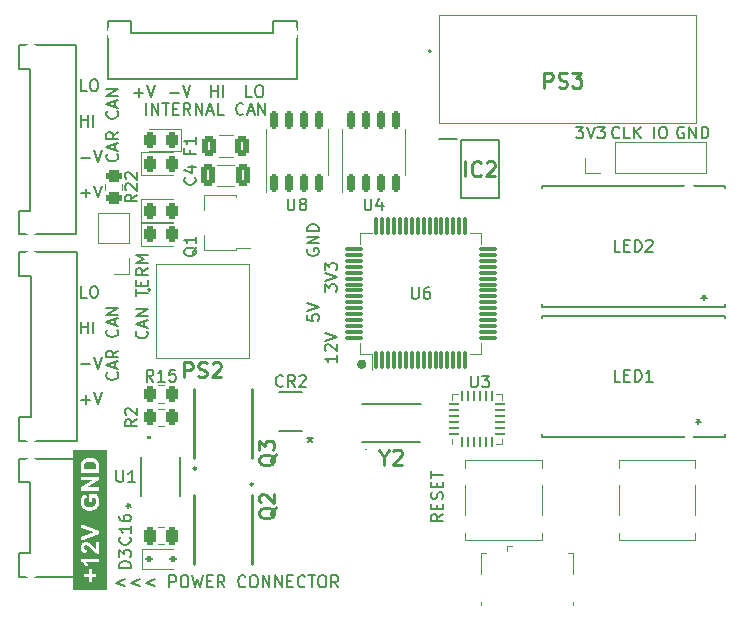
<source format=gto>
%TF.GenerationSoftware,KiCad,Pcbnew,7.0.2*%
%TF.CreationDate,2023-11-20T11:29:32-06:00*%
%TF.ProjectId,LeaderSOM,4c656164-6572-4534-9f4d-2e6b69636164,rev?*%
%TF.SameCoordinates,Original*%
%TF.FileFunction,Legend,Top*%
%TF.FilePolarity,Positive*%
%FSLAX46Y46*%
G04 Gerber Fmt 4.6, Leading zero omitted, Abs format (unit mm)*
G04 Created by KiCad (PCBNEW 7.0.2) date 2023-11-20 11:29:32*
%MOMM*%
%LPD*%
G01*
G04 APERTURE LIST*
G04 Aperture macros list*
%AMRoundRect*
0 Rectangle with rounded corners*
0 $1 Rounding radius*
0 $2 $3 $4 $5 $6 $7 $8 $9 X,Y pos of 4 corners*
0 Add a 4 corners polygon primitive as box body*
4,1,4,$2,$3,$4,$5,$6,$7,$8,$9,$2,$3,0*
0 Add four circle primitives for the rounded corners*
1,1,$1+$1,$2,$3*
1,1,$1+$1,$4,$5*
1,1,$1+$1,$6,$7*
1,1,$1+$1,$8,$9*
0 Add four rect primitives between the rounded corners*
20,1,$1+$1,$2,$3,$4,$5,0*
20,1,$1+$1,$4,$5,$6,$7,0*
20,1,$1+$1,$6,$7,$8,$9,0*
20,1,$1+$1,$8,$9,$2,$3,0*%
%AMFreePoly0*
4,1,9,3.810000,0.150000,0.305000,0.150000,0.305000,-0.510000,-0.305000,-0.510000,-0.305000,0.510000,0.000000,0.510000,0.000000,4.060000,3.810000,4.060000,3.810000,0.150000,3.810000,0.150000,$1*%
%AMFreePoly1*
4,1,7,1.500000,0.866025,1.500000,-0.866025,0.000000,-1.732051,-1.500000,-0.866025,-1.500000,0.866025,0.000000,1.732051,1.500000,0.866025,1.500000,0.866025,$1*%
%AMFreePoly2*
4,1,9,3.862500,-0.866500,0.737500,-0.866500,0.737500,-0.450000,-0.737500,-0.450000,-0.737500,0.450000,0.737500,0.450000,0.737500,0.866500,3.862500,0.866500,3.862500,-0.866500,3.862500,-0.866500,$1*%
G04 Aperture macros list end*
%ADD10C,0.400000*%
%ADD11C,0.150000*%
%ADD12C,0.300000*%
%ADD13C,0.254000*%
%ADD14C,0.152400*%
%ADD15C,0.120000*%
%ADD16C,0.100000*%
%ADD17C,0.200000*%
%ADD18R,1.257300X1.549400*%
%ADD19C,1.700000*%
%ADD20C,1.270000*%
%ADD21RoundRect,0.150000X0.150000X-0.625000X0.150000X0.625000X-0.150000X0.625000X-0.150000X-0.625000X0*%
%ADD22R,0.279400X1.358900*%
%ADD23C,3.000000*%
%ADD24R,1.350000X1.200000*%
%ADD25R,1.200000X1.350000*%
%ADD26R,2.600000X2.600000*%
%ADD27R,0.610000X1.270000*%
%ADD28FreePoly0,180.000000*%
%ADD29R,0.610000X1.020000*%
%ADD30R,2.750000X1.000000*%
%ADD31RoundRect,0.062500X0.062500X-0.350000X0.062500X0.350000X-0.062500X0.350000X-0.062500X-0.350000X0*%
%ADD32RoundRect,0.062500X0.350000X-0.062500X0.350000X0.062500X-0.350000X0.062500X-0.350000X-0.062500X0*%
%ADD33R,1.700000X1.700000*%
%ADD34O,1.700000X1.700000*%
%ADD35RoundRect,0.243750X-0.243750X-0.456250X0.243750X-0.456250X0.243750X0.456250X-0.243750X0.456250X0*%
%ADD36RoundRect,0.250000X0.262500X0.450000X-0.262500X0.450000X-0.262500X-0.450000X0.262500X-0.450000X0*%
%ADD37FreePoly1,180.000000*%
%ADD38C,1.725000*%
%ADD39RoundRect,0.112500X-0.187500X-0.112500X0.187500X-0.112500X0.187500X0.112500X-0.187500X0.112500X0*%
%ADD40R,0.400000X1.350000*%
%ADD41O,1.200000X1.900000*%
%ADD42R,1.200000X1.900000*%
%ADD43C,1.450000*%
%ADD44R,1.500000X1.900000*%
%ADD45RoundRect,0.243750X0.243750X0.456250X-0.243750X0.456250X-0.243750X-0.456250X0.243750X-0.456250X0*%
%ADD46RoundRect,0.250000X0.250000X0.475000X-0.250000X0.475000X-0.250000X-0.475000X0.250000X-0.475000X0*%
%ADD47R,1.528000X0.650000*%
%ADD48RoundRect,0.250000X0.450000X-0.262500X0.450000X0.262500X-0.450000X0.262500X-0.450000X-0.262500X0*%
%ADD49R,1.300000X0.900000*%
%ADD50FreePoly2,180.000000*%
%ADD51RoundRect,0.250000X0.325000X0.650000X-0.325000X0.650000X-0.325000X-0.650000X0.325000X-0.650000X0*%
%ADD52R,1.900000X2.400000*%
%ADD53FreePoly0,0.000000*%
%ADD54RoundRect,0.250000X-0.262500X-0.450000X0.262500X-0.450000X0.262500X0.450000X-0.262500X0.450000X0*%
%ADD55RoundRect,0.075000X0.075000X-0.700000X0.075000X0.700000X-0.075000X0.700000X-0.075000X-0.700000X0*%
%ADD56RoundRect,0.075000X0.700000X-0.075000X0.700000X0.075000X-0.700000X0.075000X-0.700000X-0.075000X0*%
%ADD57FreePoly1,0.000000*%
%ADD58R,1.003300X0.558800*%
%ADD59RoundRect,0.250000X0.375000X0.625000X-0.375000X0.625000X-0.375000X-0.625000X0.375000X-0.625000X0*%
%ADD60C,0.850000*%
G04 APERTURE END LIST*
D10*
X119700000Y-78500000D02*
G75*
G03*
X119700000Y-78500000I-200000J0D01*
G01*
D11*
X95738095Y-63996666D02*
X96500000Y-63996666D01*
X96119047Y-64377619D02*
X96119047Y-63615714D01*
X96833333Y-63377619D02*
X97166666Y-64377619D01*
X97166666Y-64377619D02*
X97499999Y-63377619D01*
X98782380Y-79190476D02*
X98830000Y-79238095D01*
X98830000Y-79238095D02*
X98877619Y-79380952D01*
X98877619Y-79380952D02*
X98877619Y-79476190D01*
X98877619Y-79476190D02*
X98830000Y-79619047D01*
X98830000Y-79619047D02*
X98734761Y-79714285D01*
X98734761Y-79714285D02*
X98639523Y-79761904D01*
X98639523Y-79761904D02*
X98449047Y-79809523D01*
X98449047Y-79809523D02*
X98306190Y-79809523D01*
X98306190Y-79809523D02*
X98115714Y-79761904D01*
X98115714Y-79761904D02*
X98020476Y-79714285D01*
X98020476Y-79714285D02*
X97925238Y-79619047D01*
X97925238Y-79619047D02*
X97877619Y-79476190D01*
X97877619Y-79476190D02*
X97877619Y-79380952D01*
X97877619Y-79380952D02*
X97925238Y-79238095D01*
X97925238Y-79238095D02*
X97972857Y-79190476D01*
X98591904Y-78809523D02*
X98591904Y-78333333D01*
X98877619Y-78904761D02*
X97877619Y-78571428D01*
X97877619Y-78571428D02*
X98877619Y-78238095D01*
X98877619Y-77333333D02*
X98401428Y-77666666D01*
X98877619Y-77904761D02*
X97877619Y-77904761D01*
X97877619Y-77904761D02*
X97877619Y-77523809D01*
X97877619Y-77523809D02*
X97925238Y-77428571D01*
X97925238Y-77428571D02*
X97972857Y-77380952D01*
X97972857Y-77380952D02*
X98068095Y-77333333D01*
X98068095Y-77333333D02*
X98210952Y-77333333D01*
X98210952Y-77333333D02*
X98306190Y-77380952D01*
X98306190Y-77380952D02*
X98353809Y-77428571D01*
X98353809Y-77428571D02*
X98401428Y-77523809D01*
X98401428Y-77523809D02*
X98401428Y-77904761D01*
X98782380Y-75571428D02*
X98830000Y-75619047D01*
X98830000Y-75619047D02*
X98877619Y-75761904D01*
X98877619Y-75761904D02*
X98877619Y-75857142D01*
X98877619Y-75857142D02*
X98830000Y-75999999D01*
X98830000Y-75999999D02*
X98734761Y-76095237D01*
X98734761Y-76095237D02*
X98639523Y-76142856D01*
X98639523Y-76142856D02*
X98449047Y-76190475D01*
X98449047Y-76190475D02*
X98306190Y-76190475D01*
X98306190Y-76190475D02*
X98115714Y-76142856D01*
X98115714Y-76142856D02*
X98020476Y-76095237D01*
X98020476Y-76095237D02*
X97925238Y-75999999D01*
X97925238Y-75999999D02*
X97877619Y-75857142D01*
X97877619Y-75857142D02*
X97877619Y-75761904D01*
X97877619Y-75761904D02*
X97925238Y-75619047D01*
X97925238Y-75619047D02*
X97972857Y-75571428D01*
X98591904Y-75190475D02*
X98591904Y-74714285D01*
X98877619Y-75285713D02*
X97877619Y-74952380D01*
X97877619Y-74952380D02*
X98877619Y-74619047D01*
X98877619Y-74285713D02*
X97877619Y-74285713D01*
X97877619Y-74285713D02*
X98877619Y-73714285D01*
X98877619Y-73714285D02*
X97877619Y-73714285D01*
D12*
G36*
X97909286Y-97576725D02*
G01*
X95056638Y-97576725D01*
X95056638Y-96516765D01*
X95978845Y-96516765D01*
X96377449Y-96516765D01*
X96377449Y-96912438D01*
X96635369Y-96912438D01*
X96635369Y-96516765D01*
X97033974Y-96516765D01*
X97033974Y-96252983D01*
X96635369Y-96252983D01*
X96635369Y-95856210D01*
X96377449Y-95856210D01*
X96377449Y-96252983D01*
X95978845Y-96252983D01*
X95978845Y-96516765D01*
X95056638Y-96516765D01*
X95056638Y-94944330D01*
X95720924Y-94944330D01*
X95720924Y-95179169D01*
X95737737Y-95185678D01*
X95754286Y-95192839D01*
X95770572Y-95200653D01*
X95786595Y-95209119D01*
X95802354Y-95218238D01*
X95817850Y-95228010D01*
X95833083Y-95238434D01*
X95848053Y-95249511D01*
X95862759Y-95261240D01*
X95877201Y-95273622D01*
X95891381Y-95286657D01*
X95905297Y-95300344D01*
X95918950Y-95314684D01*
X95932339Y-95329676D01*
X95945465Y-95345321D01*
X95958328Y-95361618D01*
X95970759Y-95378165D01*
X95982680Y-95394557D01*
X95994092Y-95410794D01*
X96004994Y-95426877D01*
X96015387Y-95442805D01*
X96025270Y-95458579D01*
X96034644Y-95474198D01*
X96043508Y-95489663D01*
X96051863Y-95504973D01*
X96059708Y-95520128D01*
X96067044Y-95535129D01*
X96073870Y-95549976D01*
X96080187Y-95564667D01*
X96085995Y-95579205D01*
X96091293Y-95593587D01*
X96096081Y-95607815D01*
X96377449Y-95607815D01*
X96367600Y-95581109D01*
X96357104Y-95554847D01*
X96345962Y-95529028D01*
X96334172Y-95503653D01*
X96321736Y-95478722D01*
X96308653Y-95454234D01*
X96294922Y-95430190D01*
X96280546Y-95406590D01*
X96265522Y-95383433D01*
X96249851Y-95360720D01*
X96233534Y-95338450D01*
X96216569Y-95316624D01*
X96198958Y-95295242D01*
X96180700Y-95274304D01*
X96161795Y-95253809D01*
X96142243Y-95233757D01*
X97245000Y-95233757D01*
X97245000Y-94944330D01*
X95720924Y-94944330D01*
X95056638Y-94944330D01*
X95056638Y-94018527D01*
X95720924Y-94018527D01*
X95721346Y-94043770D01*
X95722613Y-94068484D01*
X95724724Y-94092669D01*
X95727679Y-94116323D01*
X95731479Y-94139449D01*
X95736123Y-94162045D01*
X95741611Y-94184111D01*
X95747943Y-94205648D01*
X95755121Y-94226655D01*
X95763142Y-94247133D01*
X95772008Y-94267081D01*
X95781718Y-94286500D01*
X95792272Y-94305389D01*
X95803671Y-94323749D01*
X95815914Y-94341579D01*
X95829002Y-94358879D01*
X95843014Y-94375439D01*
X95858122Y-94391137D01*
X95874326Y-94405973D01*
X95891627Y-94419948D01*
X95910024Y-94433061D01*
X95929517Y-94445313D01*
X95950106Y-94456703D01*
X95971792Y-94467232D01*
X95994574Y-94476899D01*
X96018452Y-94485704D01*
X96043426Y-94493649D01*
X96069497Y-94500731D01*
X96096664Y-94506952D01*
X96124927Y-94512312D01*
X96139469Y-94514668D01*
X96154286Y-94516810D01*
X96169377Y-94518736D01*
X96184741Y-94520446D01*
X96213318Y-94231751D01*
X96197845Y-94230522D01*
X96182932Y-94228940D01*
X96161616Y-94225908D01*
X96141562Y-94222084D01*
X96122770Y-94217468D01*
X96105240Y-94212059D01*
X96088973Y-94205858D01*
X96073968Y-94198866D01*
X96060225Y-94191081D01*
X96047744Y-94182504D01*
X96033066Y-94169836D01*
X96029731Y-94166456D01*
X96017446Y-94152208D01*
X96006856Y-94136792D01*
X95997960Y-94120208D01*
X95990759Y-94102457D01*
X95986470Y-94088377D01*
X95983134Y-94073640D01*
X95980751Y-94058246D01*
X95979321Y-94042195D01*
X95978845Y-94025488D01*
X95979299Y-94008662D01*
X95980661Y-93992532D01*
X95982931Y-93977098D01*
X95986109Y-93962359D01*
X95991759Y-93943789D01*
X95999023Y-93926455D01*
X96007902Y-93910358D01*
X96018395Y-93895497D01*
X96030502Y-93881873D01*
X96033774Y-93878673D01*
X96047727Y-93866886D01*
X96063066Y-93856725D01*
X96079790Y-93848190D01*
X96097899Y-93841280D01*
X96112390Y-93837165D01*
X96127660Y-93833965D01*
X96143710Y-93831678D01*
X96160539Y-93830307D01*
X96178147Y-93829849D01*
X96189009Y-93830083D01*
X96205334Y-93831307D01*
X96221698Y-93833582D01*
X96238101Y-93836906D01*
X96254542Y-93841280D01*
X96271022Y-93846703D01*
X96287541Y-93853177D01*
X96304098Y-93860700D01*
X96320694Y-93869272D01*
X96337328Y-93878895D01*
X96354002Y-93889567D01*
X96358123Y-93892486D01*
X96371856Y-93903019D01*
X96387644Y-93916219D01*
X96399310Y-93926500D01*
X96411890Y-93937966D01*
X96425382Y-93950617D01*
X96439788Y-93964453D01*
X96455106Y-93979474D01*
X96471338Y-93995680D01*
X96488483Y-94013071D01*
X96506540Y-94031647D01*
X96525511Y-94051408D01*
X96545395Y-94072353D01*
X96555679Y-94083271D01*
X96566192Y-94094484D01*
X96576933Y-94105994D01*
X96587902Y-94117800D01*
X96599099Y-94129902D01*
X96613004Y-94144949D01*
X96626735Y-94159682D01*
X96640295Y-94174101D01*
X96653682Y-94188205D01*
X96666896Y-94201996D01*
X96679938Y-94215472D01*
X96692808Y-94228634D01*
X96705505Y-94241483D01*
X96718030Y-94254017D01*
X96730382Y-94266237D01*
X96742562Y-94278142D01*
X96754569Y-94289734D01*
X96766404Y-94301011D01*
X96778067Y-94311975D01*
X96789557Y-94322624D01*
X96800874Y-94332959D01*
X96822992Y-94352687D01*
X96844420Y-94371158D01*
X96865158Y-94388373D01*
X96885207Y-94404332D01*
X96904566Y-94419033D01*
X96923234Y-94432479D01*
X96941213Y-94444667D01*
X96958503Y-94455600D01*
X96975464Y-94465646D01*
X96992552Y-94475177D01*
X97009765Y-94484193D01*
X97027104Y-94492694D01*
X97044570Y-94500680D01*
X97062161Y-94508150D01*
X97079878Y-94515105D01*
X97097721Y-94521545D01*
X97115690Y-94527470D01*
X97133785Y-94532880D01*
X97152006Y-94537774D01*
X97170353Y-94542153D01*
X97188826Y-94546017D01*
X97207424Y-94549366D01*
X97226149Y-94552200D01*
X97245000Y-94554518D01*
X97245000Y-93539323D01*
X96963632Y-93539323D01*
X96963632Y-94114515D01*
X96961202Y-94113081D01*
X96946536Y-94103911D01*
X96934197Y-94095521D01*
X96921750Y-94086451D01*
X96909195Y-94076702D01*
X96896533Y-94066272D01*
X96883764Y-94055163D01*
X96875268Y-94047412D01*
X96861655Y-94034332D01*
X96849733Y-94022463D01*
X96836342Y-94008829D01*
X96821482Y-93993431D01*
X96810761Y-93982185D01*
X96799386Y-93970156D01*
X96787359Y-93957341D01*
X96774679Y-93943743D01*
X96761347Y-93929360D01*
X96747362Y-93914193D01*
X96732725Y-93898242D01*
X96717435Y-93881507D01*
X96702002Y-93864708D01*
X96687027Y-93848568D01*
X96672510Y-93833087D01*
X96658450Y-93818263D01*
X96644849Y-93804098D01*
X96631706Y-93790591D01*
X96619020Y-93777743D01*
X96606793Y-93765553D01*
X96595023Y-93754021D01*
X96583712Y-93743147D01*
X96567603Y-93728071D01*
X96552525Y-93714476D01*
X96538477Y-93702363D01*
X96525460Y-93691730D01*
X96519172Y-93686826D01*
X96506650Y-93677266D01*
X96494199Y-93668038D01*
X96481820Y-93659142D01*
X96469513Y-93650579D01*
X96457277Y-93642347D01*
X96439057Y-93630622D01*
X96420998Y-93619644D01*
X96403100Y-93609413D01*
X96385363Y-93599929D01*
X96367787Y-93591192D01*
X96350373Y-93583202D01*
X96333119Y-93575959D01*
X96321587Y-93571523D01*
X96304150Y-93565405D01*
X96286545Y-93559931D01*
X96268773Y-93555101D01*
X96250833Y-93550915D01*
X96232726Y-93547373D01*
X96214451Y-93544475D01*
X96196009Y-93542221D01*
X96177400Y-93540611D01*
X96158623Y-93539645D01*
X96139678Y-93539323D01*
X96117561Y-93539822D01*
X96095904Y-93541320D01*
X96074708Y-93543818D01*
X96053972Y-93547314D01*
X96033698Y-93551809D01*
X96013884Y-93557303D01*
X95994531Y-93563796D01*
X95975639Y-93571288D01*
X95957208Y-93579779D01*
X95939237Y-93589268D01*
X95921728Y-93599757D01*
X95904679Y-93611244D01*
X95888091Y-93623731D01*
X95871964Y-93637216D01*
X95856297Y-93651701D01*
X95841092Y-93667184D01*
X95826540Y-93683540D01*
X95812927Y-93700643D01*
X95800253Y-93718493D01*
X95788518Y-93737091D01*
X95777722Y-93756435D01*
X95767865Y-93776526D01*
X95758946Y-93797365D01*
X95750966Y-93818950D01*
X95743925Y-93841283D01*
X95737823Y-93864362D01*
X95732659Y-93888189D01*
X95728435Y-93912762D01*
X95725149Y-93938083D01*
X95722802Y-93964151D01*
X95721394Y-93990965D01*
X95720924Y-94018527D01*
X95056638Y-94018527D01*
X95056638Y-92033565D01*
X95720924Y-92033565D01*
X95720924Y-92357065D01*
X96846395Y-92727093D01*
X95720924Y-93109211D01*
X95720924Y-93440038D01*
X97245000Y-92900017D01*
X97245000Y-92574319D01*
X95720924Y-92033565D01*
X95056638Y-92033565D01*
X95056638Y-91369280D01*
X97909286Y-91369280D01*
X97909286Y-97576725D01*
G37*
G36*
X96505113Y-86748830D02*
G01*
X96526319Y-86749195D01*
X96546947Y-86749803D01*
X96566997Y-86750655D01*
X96586468Y-86751750D01*
X96605362Y-86753088D01*
X96623677Y-86754669D01*
X96641414Y-86756494D01*
X96658573Y-86758562D01*
X96675154Y-86760873D01*
X96691157Y-86763427D01*
X96706581Y-86766225D01*
X96721428Y-86769266D01*
X96742613Y-86774284D01*
X96762498Y-86779849D01*
X96775050Y-86783768D01*
X96793036Y-86789914D01*
X96810011Y-86796382D01*
X96825974Y-86803172D01*
X96840927Y-86810283D01*
X96854868Y-86817717D01*
X96867799Y-86825473D01*
X96883467Y-86836315D01*
X96897337Y-86847730D01*
X96909410Y-86859717D01*
X96920092Y-86872293D01*
X96929972Y-86885660D01*
X96939051Y-86899817D01*
X96947329Y-86914763D01*
X96954805Y-86930500D01*
X96961479Y-86947026D01*
X96967353Y-86964342D01*
X96972424Y-86982449D01*
X96974199Y-86989825D01*
X96977405Y-87006243D01*
X96980152Y-87024881D01*
X96981913Y-87040318D01*
X96983415Y-87057004D01*
X96984660Y-87074939D01*
X96985648Y-87094124D01*
X96986378Y-87114558D01*
X96986850Y-87136242D01*
X96987022Y-87151391D01*
X96987079Y-87167096D01*
X96987079Y-87394609D01*
X95978845Y-87394609D01*
X95978845Y-87257588D01*
X95978859Y-87246053D01*
X95978973Y-87223702D01*
X95979202Y-87202310D01*
X95979546Y-87181877D01*
X95980004Y-87162402D01*
X95980576Y-87143886D01*
X95981263Y-87126330D01*
X95982065Y-87109732D01*
X95982980Y-87094092D01*
X95984011Y-87079412D01*
X95985771Y-87059189D01*
X95987789Y-87041124D01*
X95990064Y-87025216D01*
X95993499Y-87007362D01*
X95995969Y-86996764D01*
X96000179Y-86981314D01*
X96004994Y-86966398D01*
X96010414Y-86952016D01*
X96016440Y-86938169D01*
X96023071Y-86924856D01*
X96030307Y-86912078D01*
X96040898Y-86895872D01*
X96052564Y-86880617D01*
X96065307Y-86866311D01*
X96068645Y-86862855D01*
X96082813Y-86849517D01*
X96094295Y-86840025D01*
X96106512Y-86830970D01*
X96119463Y-86822353D01*
X96133148Y-86814175D01*
X96147567Y-86806434D01*
X96162720Y-86799131D01*
X96178608Y-86792266D01*
X96195229Y-86785839D01*
X96212585Y-86779849D01*
X96224719Y-86776078D01*
X96244118Y-86770878D01*
X96264952Y-86766225D01*
X96279640Y-86763427D01*
X96294965Y-86760873D01*
X96310929Y-86758562D01*
X96327532Y-86756494D01*
X96344772Y-86754669D01*
X96362651Y-86753088D01*
X96381168Y-86751750D01*
X96400324Y-86750655D01*
X96420117Y-86749803D01*
X96440549Y-86749195D01*
X96461620Y-86748830D01*
X96483328Y-86748709D01*
X96505113Y-86748830D01*
G37*
G36*
X97932733Y-91563170D02*
G01*
X95033191Y-91563170D01*
X95033191Y-90148935D01*
X95697477Y-90148935D01*
X95697772Y-90175678D01*
X95698656Y-90201869D01*
X95700130Y-90227508D01*
X95702194Y-90252593D01*
X95704847Y-90277127D01*
X95708090Y-90301108D01*
X95711922Y-90324537D01*
X95716345Y-90347413D01*
X95721356Y-90369737D01*
X95726958Y-90391509D01*
X95733149Y-90412728D01*
X95739929Y-90433394D01*
X95747299Y-90453509D01*
X95755259Y-90473070D01*
X95763809Y-90492080D01*
X95772948Y-90510537D01*
X95785603Y-90533993D01*
X95798931Y-90556733D01*
X95812932Y-90578758D01*
X95827605Y-90600067D01*
X95842951Y-90620661D01*
X95858969Y-90640539D01*
X95875660Y-90659701D01*
X95893024Y-90678148D01*
X95911060Y-90695880D01*
X95929769Y-90712896D01*
X95949150Y-90729196D01*
X95969205Y-90744781D01*
X95989931Y-90759650D01*
X96011331Y-90773804D01*
X96033403Y-90787242D01*
X96056147Y-90799965D01*
X96079390Y-90811943D01*
X96103048Y-90823149D01*
X96127121Y-90833581D01*
X96151608Y-90843241D01*
X96176511Y-90852129D01*
X96201829Y-90860243D01*
X96227562Y-90867585D01*
X96253709Y-90874153D01*
X96280272Y-90879949D01*
X96307250Y-90884973D01*
X96334643Y-90889223D01*
X96362451Y-90892701D01*
X96390674Y-90895405D01*
X96419312Y-90897337D01*
X96448365Y-90898497D01*
X96463047Y-90898786D01*
X96477833Y-90898883D01*
X96505045Y-90898537D01*
X96532003Y-90897498D01*
X96558706Y-90895766D01*
X96585155Y-90893342D01*
X96611348Y-90890225D01*
X96637287Y-90886415D01*
X96662971Y-90881913D01*
X96688401Y-90876718D01*
X96713575Y-90870830D01*
X96738495Y-90864250D01*
X96763160Y-90856977D01*
X96787571Y-90849012D01*
X96811727Y-90840353D01*
X96835627Y-90831003D01*
X96859274Y-90820959D01*
X96882665Y-90810223D01*
X96905549Y-90798798D01*
X96927762Y-90786690D01*
X96949306Y-90773897D01*
X96970181Y-90760420D01*
X96990385Y-90746259D01*
X97009920Y-90731414D01*
X97028784Y-90715885D01*
X97046980Y-90699672D01*
X97064505Y-90682775D01*
X97081361Y-90665194D01*
X97097546Y-90646929D01*
X97113063Y-90627979D01*
X97127909Y-90608346D01*
X97142085Y-90588029D01*
X97155592Y-90567027D01*
X97168429Y-90545341D01*
X97174583Y-90534268D01*
X97186304Y-90511765D01*
X97197243Y-90488788D01*
X97207401Y-90465334D01*
X97216778Y-90441406D01*
X97225373Y-90417003D01*
X97233187Y-90392125D01*
X97240219Y-90366771D01*
X97246470Y-90340942D01*
X97251940Y-90314639D01*
X97256628Y-90287860D01*
X97260535Y-90260606D01*
X97263661Y-90232876D01*
X97266005Y-90204672D01*
X97267568Y-90175993D01*
X97268349Y-90146838D01*
X97268447Y-90132083D01*
X97268175Y-90108791D01*
X97267359Y-90085537D01*
X97266000Y-90062320D01*
X97264096Y-90039141D01*
X97261649Y-90015998D01*
X97258658Y-89992893D01*
X97255123Y-89969825D01*
X97251045Y-89946794D01*
X97246422Y-89923800D01*
X97241256Y-89900844D01*
X97235546Y-89877924D01*
X97229292Y-89855042D01*
X97222494Y-89832198D01*
X97215152Y-89809390D01*
X97207267Y-89786620D01*
X97198838Y-89763886D01*
X97190005Y-89741507D01*
X97181000Y-89719797D01*
X97171824Y-89698757D01*
X97162476Y-89678386D01*
X97152956Y-89658686D01*
X97143265Y-89639655D01*
X97133402Y-89621293D01*
X97123367Y-89603602D01*
X97113160Y-89586580D01*
X97102781Y-89570229D01*
X97092231Y-89554546D01*
X97081509Y-89539534D01*
X97070616Y-89525192D01*
X97059550Y-89511519D01*
X97048313Y-89498516D01*
X97036905Y-89486182D01*
X96424344Y-89486182D01*
X96424344Y-90143806D01*
X96682264Y-90143806D01*
X96682264Y-89794295D01*
X96878635Y-89794295D01*
X96885440Y-89803056D01*
X96895406Y-89816595D01*
X96905082Y-89830611D01*
X96914468Y-89845103D01*
X96923565Y-89860071D01*
X96932372Y-89875517D01*
X96940889Y-89891438D01*
X96949116Y-89907837D01*
X96957053Y-89924712D01*
X96964700Y-89942063D01*
X96972058Y-89959891D01*
X96976716Y-89971933D01*
X96983140Y-89989984D01*
X96988888Y-90008022D01*
X96993959Y-90026048D01*
X96998355Y-90044061D01*
X97002074Y-90062060D01*
X97005117Y-90080047D01*
X97007483Y-90098021D01*
X97009174Y-90115983D01*
X97010188Y-90133931D01*
X97010526Y-90151866D01*
X97009994Y-90175803D01*
X97008397Y-90199162D01*
X97005735Y-90221942D01*
X97002008Y-90244144D01*
X96997217Y-90265768D01*
X96991361Y-90286814D01*
X96984440Y-90307282D01*
X96976454Y-90327172D01*
X96967404Y-90346483D01*
X96957289Y-90365216D01*
X96946109Y-90383371D01*
X96933865Y-90400948D01*
X96920555Y-90417947D01*
X96906181Y-90434367D01*
X96890742Y-90450210D01*
X96874239Y-90465474D01*
X96856671Y-90479937D01*
X96838037Y-90493467D01*
X96818340Y-90506063D01*
X96797577Y-90517727D01*
X96775750Y-90528457D01*
X96752858Y-90538255D01*
X96728901Y-90547119D01*
X96703879Y-90555050D01*
X96677793Y-90562048D01*
X96650642Y-90568113D01*
X96622426Y-90573245D01*
X96607919Y-90575461D01*
X96593146Y-90577444D01*
X96578106Y-90579194D01*
X96562801Y-90580710D01*
X96547229Y-90581993D01*
X96531391Y-90583043D01*
X96515286Y-90583859D01*
X96498916Y-90584442D01*
X96482279Y-90584792D01*
X96465376Y-90584909D01*
X96449676Y-90584794D01*
X96434220Y-90584448D01*
X96419007Y-90583872D01*
X96404039Y-90583066D01*
X96374834Y-90580761D01*
X96346606Y-90577536D01*
X96319353Y-90573388D01*
X96293076Y-90568319D01*
X96267776Y-90562329D01*
X96243451Y-90555416D01*
X96220103Y-90547583D01*
X96197730Y-90538827D01*
X96176334Y-90529150D01*
X96155913Y-90518551D01*
X96136469Y-90507031D01*
X96118000Y-90494589D01*
X96100508Y-90481225D01*
X96083991Y-90466939D01*
X96068419Y-90451873D01*
X96053852Y-90436165D01*
X96040289Y-90419816D01*
X96027731Y-90402826D01*
X96016178Y-90385194D01*
X96005629Y-90366922D01*
X95996085Y-90348008D01*
X95987546Y-90328454D01*
X95980011Y-90308258D01*
X95973481Y-90287421D01*
X95967955Y-90265943D01*
X95963434Y-90243824D01*
X95959918Y-90221063D01*
X95957407Y-90197662D01*
X95955900Y-90173619D01*
X95955397Y-90148935D01*
X95955668Y-90132621D01*
X95956479Y-90116649D01*
X95957832Y-90101022D01*
X95959725Y-90085737D01*
X95962159Y-90070797D01*
X95965135Y-90056199D01*
X95968651Y-90041945D01*
X95974939Y-90021209D01*
X95982445Y-90001245D01*
X95991168Y-89982054D01*
X96001108Y-89963635D01*
X96012266Y-89945990D01*
X96024640Y-89929117D01*
X96033492Y-89918300D01*
X96047504Y-89902902D01*
X96062399Y-89888496D01*
X96078175Y-89875082D01*
X96094835Y-89862659D01*
X96112376Y-89851228D01*
X96130800Y-89840789D01*
X96150106Y-89831341D01*
X96170294Y-89822885D01*
X96184243Y-89817799D01*
X96198584Y-89813154D01*
X96213318Y-89808949D01*
X96166423Y-89505966D01*
X96139318Y-89512085D01*
X96112957Y-89519086D01*
X96087340Y-89526969D01*
X96062467Y-89535733D01*
X96038339Y-89545379D01*
X96014954Y-89555906D01*
X95992314Y-89567315D01*
X95970418Y-89579605D01*
X95949266Y-89592777D01*
X95928859Y-89606831D01*
X95909195Y-89621766D01*
X95890276Y-89637582D01*
X95872101Y-89654281D01*
X95854670Y-89671860D01*
X95837983Y-89690322D01*
X95822041Y-89709665D01*
X95806957Y-89729885D01*
X95792846Y-89751069D01*
X95779708Y-89773219D01*
X95767544Y-89796333D01*
X95756353Y-89820411D01*
X95746135Y-89845454D01*
X95736890Y-89871462D01*
X95728618Y-89898434D01*
X95721319Y-89926370D01*
X95718035Y-89940701D01*
X95714994Y-89955272D01*
X95712196Y-89970084D01*
X95709641Y-89985138D01*
X95707330Y-90000432D01*
X95705262Y-90015968D01*
X95703437Y-90031745D01*
X95701856Y-90047763D01*
X95700518Y-90064022D01*
X95699423Y-90080522D01*
X95698572Y-90097264D01*
X95697963Y-90114247D01*
X95697598Y-90131470D01*
X95697477Y-90148935D01*
X95033191Y-90148935D01*
X95033191Y-88012665D01*
X95720924Y-88012665D01*
X95720924Y-88295865D01*
X96750774Y-88295865D01*
X95720924Y-88913921D01*
X95720924Y-89210676D01*
X97245000Y-89210676D01*
X97245000Y-88927477D01*
X96230537Y-88927477D01*
X97245000Y-88318579D01*
X97245000Y-88012665D01*
X95720924Y-88012665D01*
X95033191Y-88012665D01*
X95033191Y-87699790D01*
X95720924Y-87699790D01*
X97245000Y-87699790D01*
X97245000Y-87125697D01*
X97244874Y-87104850D01*
X97244496Y-87084533D01*
X97243866Y-87064745D01*
X97242984Y-87045486D01*
X97241851Y-87026758D01*
X97240466Y-87008558D01*
X97238829Y-86990888D01*
X97236939Y-86973748D01*
X97234799Y-86957137D01*
X97232406Y-86941055D01*
X97229761Y-86925504D01*
X97226864Y-86910481D01*
X97223716Y-86895988D01*
X97218521Y-86875242D01*
X97212759Y-86855687D01*
X97210001Y-86847315D01*
X97204282Y-86830894D01*
X97198294Y-86814906D01*
X97192038Y-86799349D01*
X97185512Y-86784225D01*
X97178717Y-86769534D01*
X97171653Y-86755274D01*
X97164320Y-86741447D01*
X97156718Y-86728051D01*
X97148847Y-86715088D01*
X97140707Y-86702558D01*
X97132297Y-86690459D01*
X97119179Y-86673122D01*
X97105455Y-86656756D01*
X97091127Y-86641364D01*
X97078010Y-86628411D01*
X97064399Y-86615838D01*
X97050293Y-86603647D01*
X97035691Y-86591836D01*
X97020594Y-86580406D01*
X97005002Y-86569356D01*
X96988915Y-86558687D01*
X96972333Y-86548399D01*
X96955255Y-86538491D01*
X96937683Y-86528964D01*
X96919615Y-86519818D01*
X96901052Y-86511053D01*
X96881994Y-86502668D01*
X96862441Y-86494664D01*
X96842392Y-86487040D01*
X96821849Y-86479797D01*
X96804611Y-86474163D01*
X96786970Y-86468892D01*
X96768925Y-86463985D01*
X96750476Y-86459441D01*
X96731624Y-86455261D01*
X96712369Y-86451444D01*
X96692710Y-86447991D01*
X96672647Y-86444901D01*
X96652181Y-86442175D01*
X96631311Y-86439812D01*
X96610037Y-86437813D01*
X96588360Y-86436177D01*
X96566280Y-86434905D01*
X96543795Y-86433996D01*
X96520908Y-86433451D01*
X96497616Y-86433269D01*
X96471094Y-86433462D01*
X96445106Y-86434042D01*
X96419654Y-86435008D01*
X96394737Y-86436360D01*
X96370355Y-86438099D01*
X96346508Y-86440224D01*
X96323197Y-86442736D01*
X96300421Y-86445634D01*
X96278180Y-86448918D01*
X96256474Y-86452589D01*
X96235304Y-86456646D01*
X96214669Y-86461090D01*
X96194569Y-86465920D01*
X96175004Y-86471136D01*
X96155975Y-86476739D01*
X96137480Y-86482728D01*
X96119385Y-86489088D01*
X96101645Y-86495803D01*
X96084260Y-86502872D01*
X96067230Y-86510297D01*
X96050555Y-86518076D01*
X96034234Y-86526211D01*
X96018269Y-86534700D01*
X96002658Y-86543545D01*
X95987403Y-86552744D01*
X95972502Y-86562298D01*
X95957956Y-86572207D01*
X95943765Y-86582471D01*
X95929929Y-86593090D01*
X95916448Y-86604063D01*
X95903322Y-86615392D01*
X95890551Y-86627076D01*
X95878152Y-86639084D01*
X95866233Y-86651387D01*
X95854796Y-86663985D01*
X95843839Y-86676878D01*
X95833364Y-86690066D01*
X95823369Y-86703548D01*
X95813855Y-86717326D01*
X95804822Y-86731398D01*
X95796269Y-86745765D01*
X95788198Y-86760426D01*
X95780607Y-86775383D01*
X95773497Y-86790634D01*
X95766869Y-86806180D01*
X95760720Y-86822021D01*
X95755053Y-86838157D01*
X95749867Y-86854588D01*
X95744695Y-86873924D01*
X95740031Y-86894838D01*
X95737204Y-86909657D01*
X95734604Y-86925177D01*
X95732230Y-86941399D01*
X95730082Y-86958322D01*
X95728160Y-86975946D01*
X95726464Y-86994271D01*
X95724994Y-87013298D01*
X95723751Y-87033026D01*
X95722733Y-87053455D01*
X95721942Y-87074585D01*
X95721376Y-87096417D01*
X95721037Y-87118950D01*
X95720924Y-87142184D01*
X95720924Y-87394609D01*
X95720924Y-87699790D01*
X95033191Y-87699790D01*
X95033191Y-85768984D01*
X97932733Y-85768984D01*
X97932733Y-91563170D01*
G37*
D11*
X101238095Y-57377619D02*
X101238095Y-56377619D01*
X101714285Y-57377619D02*
X101714285Y-56377619D01*
X101714285Y-56377619D02*
X102285713Y-57377619D01*
X102285713Y-57377619D02*
X102285713Y-56377619D01*
X102619047Y-56377619D02*
X103190475Y-56377619D01*
X102904761Y-57377619D02*
X102904761Y-56377619D01*
X103523809Y-56853809D02*
X103857142Y-56853809D01*
X103999999Y-57377619D02*
X103523809Y-57377619D01*
X103523809Y-57377619D02*
X103523809Y-56377619D01*
X103523809Y-56377619D02*
X103999999Y-56377619D01*
X104999999Y-57377619D02*
X104666666Y-56901428D01*
X104428571Y-57377619D02*
X104428571Y-56377619D01*
X104428571Y-56377619D02*
X104809523Y-56377619D01*
X104809523Y-56377619D02*
X104904761Y-56425238D01*
X104904761Y-56425238D02*
X104952380Y-56472857D01*
X104952380Y-56472857D02*
X104999999Y-56568095D01*
X104999999Y-56568095D02*
X104999999Y-56710952D01*
X104999999Y-56710952D02*
X104952380Y-56806190D01*
X104952380Y-56806190D02*
X104904761Y-56853809D01*
X104904761Y-56853809D02*
X104809523Y-56901428D01*
X104809523Y-56901428D02*
X104428571Y-56901428D01*
X105428571Y-57377619D02*
X105428571Y-56377619D01*
X105428571Y-56377619D02*
X105999999Y-57377619D01*
X105999999Y-57377619D02*
X105999999Y-56377619D01*
X106428571Y-57091904D02*
X106904761Y-57091904D01*
X106333333Y-57377619D02*
X106666666Y-56377619D01*
X106666666Y-56377619D02*
X106999999Y-57377619D01*
X107809523Y-57377619D02*
X107333333Y-57377619D01*
X107333333Y-57377619D02*
X107333333Y-56377619D01*
X109476190Y-57282380D02*
X109428571Y-57330000D01*
X109428571Y-57330000D02*
X109285714Y-57377619D01*
X109285714Y-57377619D02*
X109190476Y-57377619D01*
X109190476Y-57377619D02*
X109047619Y-57330000D01*
X109047619Y-57330000D02*
X108952381Y-57234761D01*
X108952381Y-57234761D02*
X108904762Y-57139523D01*
X108904762Y-57139523D02*
X108857143Y-56949047D01*
X108857143Y-56949047D02*
X108857143Y-56806190D01*
X108857143Y-56806190D02*
X108904762Y-56615714D01*
X108904762Y-56615714D02*
X108952381Y-56520476D01*
X108952381Y-56520476D02*
X109047619Y-56425238D01*
X109047619Y-56425238D02*
X109190476Y-56377619D01*
X109190476Y-56377619D02*
X109285714Y-56377619D01*
X109285714Y-56377619D02*
X109428571Y-56425238D01*
X109428571Y-56425238D02*
X109476190Y-56472857D01*
X109857143Y-57091904D02*
X110333333Y-57091904D01*
X109761905Y-57377619D02*
X110095238Y-56377619D01*
X110095238Y-56377619D02*
X110428571Y-57377619D01*
X110761905Y-57377619D02*
X110761905Y-56377619D01*
X110761905Y-56377619D02*
X111333333Y-57377619D01*
X111333333Y-57377619D02*
X111333333Y-56377619D01*
X114877619Y-74285714D02*
X114877619Y-74761904D01*
X114877619Y-74761904D02*
X115353809Y-74809523D01*
X115353809Y-74809523D02*
X115306190Y-74761904D01*
X115306190Y-74761904D02*
X115258571Y-74666666D01*
X115258571Y-74666666D02*
X115258571Y-74428571D01*
X115258571Y-74428571D02*
X115306190Y-74333333D01*
X115306190Y-74333333D02*
X115353809Y-74285714D01*
X115353809Y-74285714D02*
X115449047Y-74238095D01*
X115449047Y-74238095D02*
X115687142Y-74238095D01*
X115687142Y-74238095D02*
X115782380Y-74285714D01*
X115782380Y-74285714D02*
X115830000Y-74333333D01*
X115830000Y-74333333D02*
X115877619Y-74428571D01*
X115877619Y-74428571D02*
X115877619Y-74666666D01*
X115877619Y-74666666D02*
X115830000Y-74761904D01*
X115830000Y-74761904D02*
X115782380Y-74809523D01*
X114877619Y-73952380D02*
X115877619Y-73619047D01*
X115877619Y-73619047D02*
X114877619Y-73285714D01*
X137642857Y-58377619D02*
X138261904Y-58377619D01*
X138261904Y-58377619D02*
X137928571Y-58758571D01*
X137928571Y-58758571D02*
X138071428Y-58758571D01*
X138071428Y-58758571D02*
X138166666Y-58806190D01*
X138166666Y-58806190D02*
X138214285Y-58853809D01*
X138214285Y-58853809D02*
X138261904Y-58949047D01*
X138261904Y-58949047D02*
X138261904Y-59187142D01*
X138261904Y-59187142D02*
X138214285Y-59282380D01*
X138214285Y-59282380D02*
X138166666Y-59330000D01*
X138166666Y-59330000D02*
X138071428Y-59377619D01*
X138071428Y-59377619D02*
X137785714Y-59377619D01*
X137785714Y-59377619D02*
X137690476Y-59330000D01*
X137690476Y-59330000D02*
X137642857Y-59282380D01*
X138547619Y-58377619D02*
X138880952Y-59377619D01*
X138880952Y-59377619D02*
X139214285Y-58377619D01*
X139452381Y-58377619D02*
X140071428Y-58377619D01*
X140071428Y-58377619D02*
X139738095Y-58758571D01*
X139738095Y-58758571D02*
X139880952Y-58758571D01*
X139880952Y-58758571D02*
X139976190Y-58806190D01*
X139976190Y-58806190D02*
X140023809Y-58853809D01*
X140023809Y-58853809D02*
X140071428Y-58949047D01*
X140071428Y-58949047D02*
X140071428Y-59187142D01*
X140071428Y-59187142D02*
X140023809Y-59282380D01*
X140023809Y-59282380D02*
X139976190Y-59330000D01*
X139976190Y-59330000D02*
X139880952Y-59377619D01*
X139880952Y-59377619D02*
X139595238Y-59377619D01*
X139595238Y-59377619D02*
X139500000Y-59330000D01*
X139500000Y-59330000D02*
X139452381Y-59282380D01*
X98782380Y-60690476D02*
X98830000Y-60738095D01*
X98830000Y-60738095D02*
X98877619Y-60880952D01*
X98877619Y-60880952D02*
X98877619Y-60976190D01*
X98877619Y-60976190D02*
X98830000Y-61119047D01*
X98830000Y-61119047D02*
X98734761Y-61214285D01*
X98734761Y-61214285D02*
X98639523Y-61261904D01*
X98639523Y-61261904D02*
X98449047Y-61309523D01*
X98449047Y-61309523D02*
X98306190Y-61309523D01*
X98306190Y-61309523D02*
X98115714Y-61261904D01*
X98115714Y-61261904D02*
X98020476Y-61214285D01*
X98020476Y-61214285D02*
X97925238Y-61119047D01*
X97925238Y-61119047D02*
X97877619Y-60976190D01*
X97877619Y-60976190D02*
X97877619Y-60880952D01*
X97877619Y-60880952D02*
X97925238Y-60738095D01*
X97925238Y-60738095D02*
X97972857Y-60690476D01*
X98591904Y-60309523D02*
X98591904Y-59833333D01*
X98877619Y-60404761D02*
X97877619Y-60071428D01*
X97877619Y-60071428D02*
X98877619Y-59738095D01*
X98877619Y-58833333D02*
X98401428Y-59166666D01*
X98877619Y-59404761D02*
X97877619Y-59404761D01*
X97877619Y-59404761D02*
X97877619Y-59023809D01*
X97877619Y-59023809D02*
X97925238Y-58928571D01*
X97925238Y-58928571D02*
X97972857Y-58880952D01*
X97972857Y-58880952D02*
X98068095Y-58833333D01*
X98068095Y-58833333D02*
X98210952Y-58833333D01*
X98210952Y-58833333D02*
X98306190Y-58880952D01*
X98306190Y-58880952D02*
X98353809Y-58928571D01*
X98353809Y-58928571D02*
X98401428Y-59023809D01*
X98401428Y-59023809D02*
X98401428Y-59404761D01*
X98782380Y-57071428D02*
X98830000Y-57119047D01*
X98830000Y-57119047D02*
X98877619Y-57261904D01*
X98877619Y-57261904D02*
X98877619Y-57357142D01*
X98877619Y-57357142D02*
X98830000Y-57499999D01*
X98830000Y-57499999D02*
X98734761Y-57595237D01*
X98734761Y-57595237D02*
X98639523Y-57642856D01*
X98639523Y-57642856D02*
X98449047Y-57690475D01*
X98449047Y-57690475D02*
X98306190Y-57690475D01*
X98306190Y-57690475D02*
X98115714Y-57642856D01*
X98115714Y-57642856D02*
X98020476Y-57595237D01*
X98020476Y-57595237D02*
X97925238Y-57499999D01*
X97925238Y-57499999D02*
X97877619Y-57357142D01*
X97877619Y-57357142D02*
X97877619Y-57261904D01*
X97877619Y-57261904D02*
X97925238Y-57119047D01*
X97925238Y-57119047D02*
X97972857Y-57071428D01*
X98591904Y-56690475D02*
X98591904Y-56214285D01*
X98877619Y-56785713D02*
X97877619Y-56452380D01*
X97877619Y-56452380D02*
X98877619Y-56119047D01*
X98877619Y-55785713D02*
X97877619Y-55785713D01*
X97877619Y-55785713D02*
X98877619Y-55214285D01*
X98877619Y-55214285D02*
X97877619Y-55214285D01*
X99500000Y-96710952D02*
X98738095Y-96996666D01*
X98738095Y-96996666D02*
X99500000Y-97282380D01*
X100738095Y-96710952D02*
X99976190Y-96996666D01*
X99976190Y-96996666D02*
X100738095Y-97282380D01*
X101976190Y-96710952D02*
X101214285Y-96996666D01*
X101214285Y-96996666D02*
X101976190Y-97282380D01*
X103214285Y-97377619D02*
X103214285Y-96377619D01*
X103214285Y-96377619D02*
X103595237Y-96377619D01*
X103595237Y-96377619D02*
X103690475Y-96425238D01*
X103690475Y-96425238D02*
X103738094Y-96472857D01*
X103738094Y-96472857D02*
X103785713Y-96568095D01*
X103785713Y-96568095D02*
X103785713Y-96710952D01*
X103785713Y-96710952D02*
X103738094Y-96806190D01*
X103738094Y-96806190D02*
X103690475Y-96853809D01*
X103690475Y-96853809D02*
X103595237Y-96901428D01*
X103595237Y-96901428D02*
X103214285Y-96901428D01*
X104404761Y-96377619D02*
X104595237Y-96377619D01*
X104595237Y-96377619D02*
X104690475Y-96425238D01*
X104690475Y-96425238D02*
X104785713Y-96520476D01*
X104785713Y-96520476D02*
X104833332Y-96710952D01*
X104833332Y-96710952D02*
X104833332Y-97044285D01*
X104833332Y-97044285D02*
X104785713Y-97234761D01*
X104785713Y-97234761D02*
X104690475Y-97330000D01*
X104690475Y-97330000D02*
X104595237Y-97377619D01*
X104595237Y-97377619D02*
X104404761Y-97377619D01*
X104404761Y-97377619D02*
X104309523Y-97330000D01*
X104309523Y-97330000D02*
X104214285Y-97234761D01*
X104214285Y-97234761D02*
X104166666Y-97044285D01*
X104166666Y-97044285D02*
X104166666Y-96710952D01*
X104166666Y-96710952D02*
X104214285Y-96520476D01*
X104214285Y-96520476D02*
X104309523Y-96425238D01*
X104309523Y-96425238D02*
X104404761Y-96377619D01*
X105166666Y-96377619D02*
X105404761Y-97377619D01*
X105404761Y-97377619D02*
X105595237Y-96663333D01*
X105595237Y-96663333D02*
X105785713Y-97377619D01*
X105785713Y-97377619D02*
X106023809Y-96377619D01*
X106404761Y-96853809D02*
X106738094Y-96853809D01*
X106880951Y-97377619D02*
X106404761Y-97377619D01*
X106404761Y-97377619D02*
X106404761Y-96377619D01*
X106404761Y-96377619D02*
X106880951Y-96377619D01*
X107880951Y-97377619D02*
X107547618Y-96901428D01*
X107309523Y-97377619D02*
X107309523Y-96377619D01*
X107309523Y-96377619D02*
X107690475Y-96377619D01*
X107690475Y-96377619D02*
X107785713Y-96425238D01*
X107785713Y-96425238D02*
X107833332Y-96472857D01*
X107833332Y-96472857D02*
X107880951Y-96568095D01*
X107880951Y-96568095D02*
X107880951Y-96710952D01*
X107880951Y-96710952D02*
X107833332Y-96806190D01*
X107833332Y-96806190D02*
X107785713Y-96853809D01*
X107785713Y-96853809D02*
X107690475Y-96901428D01*
X107690475Y-96901428D02*
X107309523Y-96901428D01*
X109642856Y-97282380D02*
X109595237Y-97330000D01*
X109595237Y-97330000D02*
X109452380Y-97377619D01*
X109452380Y-97377619D02*
X109357142Y-97377619D01*
X109357142Y-97377619D02*
X109214285Y-97330000D01*
X109214285Y-97330000D02*
X109119047Y-97234761D01*
X109119047Y-97234761D02*
X109071428Y-97139523D01*
X109071428Y-97139523D02*
X109023809Y-96949047D01*
X109023809Y-96949047D02*
X109023809Y-96806190D01*
X109023809Y-96806190D02*
X109071428Y-96615714D01*
X109071428Y-96615714D02*
X109119047Y-96520476D01*
X109119047Y-96520476D02*
X109214285Y-96425238D01*
X109214285Y-96425238D02*
X109357142Y-96377619D01*
X109357142Y-96377619D02*
X109452380Y-96377619D01*
X109452380Y-96377619D02*
X109595237Y-96425238D01*
X109595237Y-96425238D02*
X109642856Y-96472857D01*
X110261904Y-96377619D02*
X110452380Y-96377619D01*
X110452380Y-96377619D02*
X110547618Y-96425238D01*
X110547618Y-96425238D02*
X110642856Y-96520476D01*
X110642856Y-96520476D02*
X110690475Y-96710952D01*
X110690475Y-96710952D02*
X110690475Y-97044285D01*
X110690475Y-97044285D02*
X110642856Y-97234761D01*
X110642856Y-97234761D02*
X110547618Y-97330000D01*
X110547618Y-97330000D02*
X110452380Y-97377619D01*
X110452380Y-97377619D02*
X110261904Y-97377619D01*
X110261904Y-97377619D02*
X110166666Y-97330000D01*
X110166666Y-97330000D02*
X110071428Y-97234761D01*
X110071428Y-97234761D02*
X110023809Y-97044285D01*
X110023809Y-97044285D02*
X110023809Y-96710952D01*
X110023809Y-96710952D02*
X110071428Y-96520476D01*
X110071428Y-96520476D02*
X110166666Y-96425238D01*
X110166666Y-96425238D02*
X110261904Y-96377619D01*
X111119047Y-97377619D02*
X111119047Y-96377619D01*
X111119047Y-96377619D02*
X111690475Y-97377619D01*
X111690475Y-97377619D02*
X111690475Y-96377619D01*
X112166666Y-97377619D02*
X112166666Y-96377619D01*
X112166666Y-96377619D02*
X112738094Y-97377619D01*
X112738094Y-97377619D02*
X112738094Y-96377619D01*
X113214285Y-96853809D02*
X113547618Y-96853809D01*
X113690475Y-97377619D02*
X113214285Y-97377619D01*
X113214285Y-97377619D02*
X113214285Y-96377619D01*
X113214285Y-96377619D02*
X113690475Y-96377619D01*
X114690475Y-97282380D02*
X114642856Y-97330000D01*
X114642856Y-97330000D02*
X114499999Y-97377619D01*
X114499999Y-97377619D02*
X114404761Y-97377619D01*
X114404761Y-97377619D02*
X114261904Y-97330000D01*
X114261904Y-97330000D02*
X114166666Y-97234761D01*
X114166666Y-97234761D02*
X114119047Y-97139523D01*
X114119047Y-97139523D02*
X114071428Y-96949047D01*
X114071428Y-96949047D02*
X114071428Y-96806190D01*
X114071428Y-96806190D02*
X114119047Y-96615714D01*
X114119047Y-96615714D02*
X114166666Y-96520476D01*
X114166666Y-96520476D02*
X114261904Y-96425238D01*
X114261904Y-96425238D02*
X114404761Y-96377619D01*
X114404761Y-96377619D02*
X114499999Y-96377619D01*
X114499999Y-96377619D02*
X114642856Y-96425238D01*
X114642856Y-96425238D02*
X114690475Y-96472857D01*
X114976190Y-96377619D02*
X115547618Y-96377619D01*
X115261904Y-97377619D02*
X115261904Y-96377619D01*
X116071428Y-96377619D02*
X116261904Y-96377619D01*
X116261904Y-96377619D02*
X116357142Y-96425238D01*
X116357142Y-96425238D02*
X116452380Y-96520476D01*
X116452380Y-96520476D02*
X116499999Y-96710952D01*
X116499999Y-96710952D02*
X116499999Y-97044285D01*
X116499999Y-97044285D02*
X116452380Y-97234761D01*
X116452380Y-97234761D02*
X116357142Y-97330000D01*
X116357142Y-97330000D02*
X116261904Y-97377619D01*
X116261904Y-97377619D02*
X116071428Y-97377619D01*
X116071428Y-97377619D02*
X115976190Y-97330000D01*
X115976190Y-97330000D02*
X115880952Y-97234761D01*
X115880952Y-97234761D02*
X115833333Y-97044285D01*
X115833333Y-97044285D02*
X115833333Y-96710952D01*
X115833333Y-96710952D02*
X115880952Y-96520476D01*
X115880952Y-96520476D02*
X115976190Y-96425238D01*
X115976190Y-96425238D02*
X116071428Y-96377619D01*
X117499999Y-97377619D02*
X117166666Y-96901428D01*
X116928571Y-97377619D02*
X116928571Y-96377619D01*
X116928571Y-96377619D02*
X117309523Y-96377619D01*
X117309523Y-96377619D02*
X117404761Y-96425238D01*
X117404761Y-96425238D02*
X117452380Y-96472857D01*
X117452380Y-96472857D02*
X117499999Y-96568095D01*
X117499999Y-96568095D02*
X117499999Y-96710952D01*
X117499999Y-96710952D02*
X117452380Y-96806190D01*
X117452380Y-96806190D02*
X117404761Y-96853809D01*
X117404761Y-96853809D02*
X117309523Y-96901428D01*
X117309523Y-96901428D02*
X116928571Y-96901428D01*
X101282380Y-75690476D02*
X101330000Y-75738095D01*
X101330000Y-75738095D02*
X101377619Y-75880952D01*
X101377619Y-75880952D02*
X101377619Y-75976190D01*
X101377619Y-75976190D02*
X101330000Y-76119047D01*
X101330000Y-76119047D02*
X101234761Y-76214285D01*
X101234761Y-76214285D02*
X101139523Y-76261904D01*
X101139523Y-76261904D02*
X100949047Y-76309523D01*
X100949047Y-76309523D02*
X100806190Y-76309523D01*
X100806190Y-76309523D02*
X100615714Y-76261904D01*
X100615714Y-76261904D02*
X100520476Y-76214285D01*
X100520476Y-76214285D02*
X100425238Y-76119047D01*
X100425238Y-76119047D02*
X100377619Y-75976190D01*
X100377619Y-75976190D02*
X100377619Y-75880952D01*
X100377619Y-75880952D02*
X100425238Y-75738095D01*
X100425238Y-75738095D02*
X100472857Y-75690476D01*
X101091904Y-75309523D02*
X101091904Y-74833333D01*
X101377619Y-75404761D02*
X100377619Y-75071428D01*
X100377619Y-75071428D02*
X101377619Y-74738095D01*
X101377619Y-74404761D02*
X100377619Y-74404761D01*
X100377619Y-74404761D02*
X101377619Y-73833333D01*
X101377619Y-73833333D02*
X100377619Y-73833333D01*
X100377619Y-72738094D02*
X100377619Y-72166666D01*
X101377619Y-72452380D02*
X100377619Y-72452380D01*
X100853809Y-71833332D02*
X100853809Y-71499999D01*
X101377619Y-71357142D02*
X101377619Y-71833332D01*
X101377619Y-71833332D02*
X100377619Y-71833332D01*
X100377619Y-71833332D02*
X100377619Y-71357142D01*
X101377619Y-70357142D02*
X100901428Y-70690475D01*
X101377619Y-70928570D02*
X100377619Y-70928570D01*
X100377619Y-70928570D02*
X100377619Y-70547618D01*
X100377619Y-70547618D02*
X100425238Y-70452380D01*
X100425238Y-70452380D02*
X100472857Y-70404761D01*
X100472857Y-70404761D02*
X100568095Y-70357142D01*
X100568095Y-70357142D02*
X100710952Y-70357142D01*
X100710952Y-70357142D02*
X100806190Y-70404761D01*
X100806190Y-70404761D02*
X100853809Y-70452380D01*
X100853809Y-70452380D02*
X100901428Y-70547618D01*
X100901428Y-70547618D02*
X100901428Y-70928570D01*
X101377619Y-69928570D02*
X100377619Y-69928570D01*
X100377619Y-69928570D02*
X101091904Y-69595237D01*
X101091904Y-69595237D02*
X100377619Y-69261904D01*
X100377619Y-69261904D02*
X101377619Y-69261904D01*
X95738095Y-78496666D02*
X96500000Y-78496666D01*
X96833333Y-77877619D02*
X97166666Y-78877619D01*
X97166666Y-78877619D02*
X97499999Y-77877619D01*
X95738095Y-60996666D02*
X96500000Y-60996666D01*
X96833333Y-60377619D02*
X97166666Y-61377619D01*
X97166666Y-61377619D02*
X97499999Y-60377619D01*
X117377619Y-77738095D02*
X117377619Y-78309523D01*
X117377619Y-78023809D02*
X116377619Y-78023809D01*
X116377619Y-78023809D02*
X116520476Y-78119047D01*
X116520476Y-78119047D02*
X116615714Y-78214285D01*
X116615714Y-78214285D02*
X116663333Y-78309523D01*
X116472857Y-77357142D02*
X116425238Y-77309523D01*
X116425238Y-77309523D02*
X116377619Y-77214285D01*
X116377619Y-77214285D02*
X116377619Y-76976190D01*
X116377619Y-76976190D02*
X116425238Y-76880952D01*
X116425238Y-76880952D02*
X116472857Y-76833333D01*
X116472857Y-76833333D02*
X116568095Y-76785714D01*
X116568095Y-76785714D02*
X116663333Y-76785714D01*
X116663333Y-76785714D02*
X116806190Y-76833333D01*
X116806190Y-76833333D02*
X117377619Y-77404761D01*
X117377619Y-77404761D02*
X117377619Y-76785714D01*
X116377619Y-76499999D02*
X117377619Y-76166666D01*
X117377619Y-76166666D02*
X116377619Y-75833333D01*
X106738095Y-55877619D02*
X106738095Y-54877619D01*
X106738095Y-55353809D02*
X107309523Y-55353809D01*
X107309523Y-55877619D02*
X107309523Y-54877619D01*
X107785714Y-55877619D02*
X107785714Y-54877619D01*
X95738095Y-58377619D02*
X95738095Y-57377619D01*
X95738095Y-57853809D02*
X96309523Y-57853809D01*
X96309523Y-58377619D02*
X96309523Y-57377619D01*
X96785714Y-58377619D02*
X96785714Y-57377619D01*
X116377619Y-72357142D02*
X116377619Y-71738095D01*
X116377619Y-71738095D02*
X116758571Y-72071428D01*
X116758571Y-72071428D02*
X116758571Y-71928571D01*
X116758571Y-71928571D02*
X116806190Y-71833333D01*
X116806190Y-71833333D02*
X116853809Y-71785714D01*
X116853809Y-71785714D02*
X116949047Y-71738095D01*
X116949047Y-71738095D02*
X117187142Y-71738095D01*
X117187142Y-71738095D02*
X117282380Y-71785714D01*
X117282380Y-71785714D02*
X117330000Y-71833333D01*
X117330000Y-71833333D02*
X117377619Y-71928571D01*
X117377619Y-71928571D02*
X117377619Y-72214285D01*
X117377619Y-72214285D02*
X117330000Y-72309523D01*
X117330000Y-72309523D02*
X117282380Y-72357142D01*
X116377619Y-71452380D02*
X117377619Y-71119047D01*
X117377619Y-71119047D02*
X116377619Y-70785714D01*
X116377619Y-70547618D02*
X116377619Y-69928571D01*
X116377619Y-69928571D02*
X116758571Y-70261904D01*
X116758571Y-70261904D02*
X116758571Y-70119047D01*
X116758571Y-70119047D02*
X116806190Y-70023809D01*
X116806190Y-70023809D02*
X116853809Y-69976190D01*
X116853809Y-69976190D02*
X116949047Y-69928571D01*
X116949047Y-69928571D02*
X117187142Y-69928571D01*
X117187142Y-69928571D02*
X117282380Y-69976190D01*
X117282380Y-69976190D02*
X117330000Y-70023809D01*
X117330000Y-70023809D02*
X117377619Y-70119047D01*
X117377619Y-70119047D02*
X117377619Y-70404761D01*
X117377619Y-70404761D02*
X117330000Y-70499999D01*
X117330000Y-70499999D02*
X117282380Y-70547618D01*
X103238095Y-55496666D02*
X104000000Y-55496666D01*
X104333333Y-54877619D02*
X104666666Y-55877619D01*
X104666666Y-55877619D02*
X104999999Y-54877619D01*
X96214285Y-55377619D02*
X95738095Y-55377619D01*
X95738095Y-55377619D02*
X95738095Y-54377619D01*
X96738095Y-54377619D02*
X96928571Y-54377619D01*
X96928571Y-54377619D02*
X97023809Y-54425238D01*
X97023809Y-54425238D02*
X97119047Y-54520476D01*
X97119047Y-54520476D02*
X97166666Y-54710952D01*
X97166666Y-54710952D02*
X97166666Y-55044285D01*
X97166666Y-55044285D02*
X97119047Y-55234761D01*
X97119047Y-55234761D02*
X97023809Y-55330000D01*
X97023809Y-55330000D02*
X96928571Y-55377619D01*
X96928571Y-55377619D02*
X96738095Y-55377619D01*
X96738095Y-55377619D02*
X96642857Y-55330000D01*
X96642857Y-55330000D02*
X96547619Y-55234761D01*
X96547619Y-55234761D02*
X96500000Y-55044285D01*
X96500000Y-55044285D02*
X96500000Y-54710952D01*
X96500000Y-54710952D02*
X96547619Y-54520476D01*
X96547619Y-54520476D02*
X96642857Y-54425238D01*
X96642857Y-54425238D02*
X96738095Y-54377619D01*
X144238095Y-59377619D02*
X144238095Y-58377619D01*
X144904761Y-58377619D02*
X145095237Y-58377619D01*
X145095237Y-58377619D02*
X145190475Y-58425238D01*
X145190475Y-58425238D02*
X145285713Y-58520476D01*
X145285713Y-58520476D02*
X145333332Y-58710952D01*
X145333332Y-58710952D02*
X145333332Y-59044285D01*
X145333332Y-59044285D02*
X145285713Y-59234761D01*
X145285713Y-59234761D02*
X145190475Y-59330000D01*
X145190475Y-59330000D02*
X145095237Y-59377619D01*
X145095237Y-59377619D02*
X144904761Y-59377619D01*
X144904761Y-59377619D02*
X144809523Y-59330000D01*
X144809523Y-59330000D02*
X144714285Y-59234761D01*
X144714285Y-59234761D02*
X144666666Y-59044285D01*
X144666666Y-59044285D02*
X144666666Y-58710952D01*
X144666666Y-58710952D02*
X144714285Y-58520476D01*
X144714285Y-58520476D02*
X144809523Y-58425238D01*
X144809523Y-58425238D02*
X144904761Y-58377619D01*
X126377619Y-91190476D02*
X125901428Y-91523809D01*
X126377619Y-91761904D02*
X125377619Y-91761904D01*
X125377619Y-91761904D02*
X125377619Y-91380952D01*
X125377619Y-91380952D02*
X125425238Y-91285714D01*
X125425238Y-91285714D02*
X125472857Y-91238095D01*
X125472857Y-91238095D02*
X125568095Y-91190476D01*
X125568095Y-91190476D02*
X125710952Y-91190476D01*
X125710952Y-91190476D02*
X125806190Y-91238095D01*
X125806190Y-91238095D02*
X125853809Y-91285714D01*
X125853809Y-91285714D02*
X125901428Y-91380952D01*
X125901428Y-91380952D02*
X125901428Y-91761904D01*
X125853809Y-90761904D02*
X125853809Y-90428571D01*
X126377619Y-90285714D02*
X126377619Y-90761904D01*
X126377619Y-90761904D02*
X125377619Y-90761904D01*
X125377619Y-90761904D02*
X125377619Y-90285714D01*
X126330000Y-89904761D02*
X126377619Y-89761904D01*
X126377619Y-89761904D02*
X126377619Y-89523809D01*
X126377619Y-89523809D02*
X126330000Y-89428571D01*
X126330000Y-89428571D02*
X126282380Y-89380952D01*
X126282380Y-89380952D02*
X126187142Y-89333333D01*
X126187142Y-89333333D02*
X126091904Y-89333333D01*
X126091904Y-89333333D02*
X125996666Y-89380952D01*
X125996666Y-89380952D02*
X125949047Y-89428571D01*
X125949047Y-89428571D02*
X125901428Y-89523809D01*
X125901428Y-89523809D02*
X125853809Y-89714285D01*
X125853809Y-89714285D02*
X125806190Y-89809523D01*
X125806190Y-89809523D02*
X125758571Y-89857142D01*
X125758571Y-89857142D02*
X125663333Y-89904761D01*
X125663333Y-89904761D02*
X125568095Y-89904761D01*
X125568095Y-89904761D02*
X125472857Y-89857142D01*
X125472857Y-89857142D02*
X125425238Y-89809523D01*
X125425238Y-89809523D02*
X125377619Y-89714285D01*
X125377619Y-89714285D02*
X125377619Y-89476190D01*
X125377619Y-89476190D02*
X125425238Y-89333333D01*
X125853809Y-88904761D02*
X125853809Y-88571428D01*
X126377619Y-88428571D02*
X126377619Y-88904761D01*
X126377619Y-88904761D02*
X125377619Y-88904761D01*
X125377619Y-88904761D02*
X125377619Y-88428571D01*
X125377619Y-88142856D02*
X125377619Y-87571428D01*
X126377619Y-87857142D02*
X125377619Y-87857142D01*
X146761904Y-58425238D02*
X146666666Y-58377619D01*
X146666666Y-58377619D02*
X146523809Y-58377619D01*
X146523809Y-58377619D02*
X146380952Y-58425238D01*
X146380952Y-58425238D02*
X146285714Y-58520476D01*
X146285714Y-58520476D02*
X146238095Y-58615714D01*
X146238095Y-58615714D02*
X146190476Y-58806190D01*
X146190476Y-58806190D02*
X146190476Y-58949047D01*
X146190476Y-58949047D02*
X146238095Y-59139523D01*
X146238095Y-59139523D02*
X146285714Y-59234761D01*
X146285714Y-59234761D02*
X146380952Y-59330000D01*
X146380952Y-59330000D02*
X146523809Y-59377619D01*
X146523809Y-59377619D02*
X146619047Y-59377619D01*
X146619047Y-59377619D02*
X146761904Y-59330000D01*
X146761904Y-59330000D02*
X146809523Y-59282380D01*
X146809523Y-59282380D02*
X146809523Y-58949047D01*
X146809523Y-58949047D02*
X146619047Y-58949047D01*
X147238095Y-59377619D02*
X147238095Y-58377619D01*
X147238095Y-58377619D02*
X147809523Y-59377619D01*
X147809523Y-59377619D02*
X147809523Y-58377619D01*
X148285714Y-59377619D02*
X148285714Y-58377619D01*
X148285714Y-58377619D02*
X148523809Y-58377619D01*
X148523809Y-58377619D02*
X148666666Y-58425238D01*
X148666666Y-58425238D02*
X148761904Y-58520476D01*
X148761904Y-58520476D02*
X148809523Y-58615714D01*
X148809523Y-58615714D02*
X148857142Y-58806190D01*
X148857142Y-58806190D02*
X148857142Y-58949047D01*
X148857142Y-58949047D02*
X148809523Y-59139523D01*
X148809523Y-59139523D02*
X148761904Y-59234761D01*
X148761904Y-59234761D02*
X148666666Y-59330000D01*
X148666666Y-59330000D02*
X148523809Y-59377619D01*
X148523809Y-59377619D02*
X148285714Y-59377619D01*
X114925238Y-68738095D02*
X114877619Y-68833333D01*
X114877619Y-68833333D02*
X114877619Y-68976190D01*
X114877619Y-68976190D02*
X114925238Y-69119047D01*
X114925238Y-69119047D02*
X115020476Y-69214285D01*
X115020476Y-69214285D02*
X115115714Y-69261904D01*
X115115714Y-69261904D02*
X115306190Y-69309523D01*
X115306190Y-69309523D02*
X115449047Y-69309523D01*
X115449047Y-69309523D02*
X115639523Y-69261904D01*
X115639523Y-69261904D02*
X115734761Y-69214285D01*
X115734761Y-69214285D02*
X115830000Y-69119047D01*
X115830000Y-69119047D02*
X115877619Y-68976190D01*
X115877619Y-68976190D02*
X115877619Y-68880952D01*
X115877619Y-68880952D02*
X115830000Y-68738095D01*
X115830000Y-68738095D02*
X115782380Y-68690476D01*
X115782380Y-68690476D02*
X115449047Y-68690476D01*
X115449047Y-68690476D02*
X115449047Y-68880952D01*
X115877619Y-68261904D02*
X114877619Y-68261904D01*
X114877619Y-68261904D02*
X115877619Y-67690476D01*
X115877619Y-67690476D02*
X114877619Y-67690476D01*
X115877619Y-67214285D02*
X114877619Y-67214285D01*
X114877619Y-67214285D02*
X114877619Y-66976190D01*
X114877619Y-66976190D02*
X114925238Y-66833333D01*
X114925238Y-66833333D02*
X115020476Y-66738095D01*
X115020476Y-66738095D02*
X115115714Y-66690476D01*
X115115714Y-66690476D02*
X115306190Y-66642857D01*
X115306190Y-66642857D02*
X115449047Y-66642857D01*
X115449047Y-66642857D02*
X115639523Y-66690476D01*
X115639523Y-66690476D02*
X115734761Y-66738095D01*
X115734761Y-66738095D02*
X115830000Y-66833333D01*
X115830000Y-66833333D02*
X115877619Y-66976190D01*
X115877619Y-66976190D02*
X115877619Y-67214285D01*
X96214285Y-72877619D02*
X95738095Y-72877619D01*
X95738095Y-72877619D02*
X95738095Y-71877619D01*
X96738095Y-71877619D02*
X96928571Y-71877619D01*
X96928571Y-71877619D02*
X97023809Y-71925238D01*
X97023809Y-71925238D02*
X97119047Y-72020476D01*
X97119047Y-72020476D02*
X97166666Y-72210952D01*
X97166666Y-72210952D02*
X97166666Y-72544285D01*
X97166666Y-72544285D02*
X97119047Y-72734761D01*
X97119047Y-72734761D02*
X97023809Y-72830000D01*
X97023809Y-72830000D02*
X96928571Y-72877619D01*
X96928571Y-72877619D02*
X96738095Y-72877619D01*
X96738095Y-72877619D02*
X96642857Y-72830000D01*
X96642857Y-72830000D02*
X96547619Y-72734761D01*
X96547619Y-72734761D02*
X96500000Y-72544285D01*
X96500000Y-72544285D02*
X96500000Y-72210952D01*
X96500000Y-72210952D02*
X96547619Y-72020476D01*
X96547619Y-72020476D02*
X96642857Y-71925238D01*
X96642857Y-71925238D02*
X96738095Y-71877619D01*
X100238095Y-55496666D02*
X101000000Y-55496666D01*
X100619047Y-55877619D02*
X100619047Y-55115714D01*
X101333333Y-54877619D02*
X101666666Y-55877619D01*
X101666666Y-55877619D02*
X101999999Y-54877619D01*
X110214285Y-55877619D02*
X109738095Y-55877619D01*
X109738095Y-55877619D02*
X109738095Y-54877619D01*
X110738095Y-54877619D02*
X110928571Y-54877619D01*
X110928571Y-54877619D02*
X111023809Y-54925238D01*
X111023809Y-54925238D02*
X111119047Y-55020476D01*
X111119047Y-55020476D02*
X111166666Y-55210952D01*
X111166666Y-55210952D02*
X111166666Y-55544285D01*
X111166666Y-55544285D02*
X111119047Y-55734761D01*
X111119047Y-55734761D02*
X111023809Y-55830000D01*
X111023809Y-55830000D02*
X110928571Y-55877619D01*
X110928571Y-55877619D02*
X110738095Y-55877619D01*
X110738095Y-55877619D02*
X110642857Y-55830000D01*
X110642857Y-55830000D02*
X110547619Y-55734761D01*
X110547619Y-55734761D02*
X110500000Y-55544285D01*
X110500000Y-55544285D02*
X110500000Y-55210952D01*
X110500000Y-55210952D02*
X110547619Y-55020476D01*
X110547619Y-55020476D02*
X110642857Y-54925238D01*
X110642857Y-54925238D02*
X110738095Y-54877619D01*
X141309523Y-59282380D02*
X141261904Y-59330000D01*
X141261904Y-59330000D02*
X141119047Y-59377619D01*
X141119047Y-59377619D02*
X141023809Y-59377619D01*
X141023809Y-59377619D02*
X140880952Y-59330000D01*
X140880952Y-59330000D02*
X140785714Y-59234761D01*
X140785714Y-59234761D02*
X140738095Y-59139523D01*
X140738095Y-59139523D02*
X140690476Y-58949047D01*
X140690476Y-58949047D02*
X140690476Y-58806190D01*
X140690476Y-58806190D02*
X140738095Y-58615714D01*
X140738095Y-58615714D02*
X140785714Y-58520476D01*
X140785714Y-58520476D02*
X140880952Y-58425238D01*
X140880952Y-58425238D02*
X141023809Y-58377619D01*
X141023809Y-58377619D02*
X141119047Y-58377619D01*
X141119047Y-58377619D02*
X141261904Y-58425238D01*
X141261904Y-58425238D02*
X141309523Y-58472857D01*
X142214285Y-59377619D02*
X141738095Y-59377619D01*
X141738095Y-59377619D02*
X141738095Y-58377619D01*
X142547619Y-59377619D02*
X142547619Y-58377619D01*
X143119047Y-59377619D02*
X142690476Y-58806190D01*
X143119047Y-58377619D02*
X142547619Y-58949047D01*
X95738095Y-81496666D02*
X96500000Y-81496666D01*
X96119047Y-81877619D02*
X96119047Y-81115714D01*
X96833333Y-80877619D02*
X97166666Y-81877619D01*
X97166666Y-81877619D02*
X97499999Y-80877619D01*
X95738095Y-75877619D02*
X95738095Y-74877619D01*
X95738095Y-75353809D02*
X96309523Y-75353809D01*
X96309523Y-75877619D02*
X96309523Y-74877619D01*
X96785714Y-75877619D02*
X96785714Y-74877619D01*
X141380952Y-79962619D02*
X140904762Y-79962619D01*
X140904762Y-79962619D02*
X140904762Y-78962619D01*
X141714286Y-79438809D02*
X142047619Y-79438809D01*
X142190476Y-79962619D02*
X141714286Y-79962619D01*
X141714286Y-79962619D02*
X141714286Y-78962619D01*
X141714286Y-78962619D02*
X142190476Y-78962619D01*
X142619048Y-79962619D02*
X142619048Y-78962619D01*
X142619048Y-78962619D02*
X142857143Y-78962619D01*
X142857143Y-78962619D02*
X143000000Y-79010238D01*
X143000000Y-79010238D02*
X143095238Y-79105476D01*
X143095238Y-79105476D02*
X143142857Y-79200714D01*
X143142857Y-79200714D02*
X143190476Y-79391190D01*
X143190476Y-79391190D02*
X143190476Y-79534047D01*
X143190476Y-79534047D02*
X143142857Y-79724523D01*
X143142857Y-79724523D02*
X143095238Y-79819761D01*
X143095238Y-79819761D02*
X143000000Y-79915000D01*
X143000000Y-79915000D02*
X142857143Y-79962619D01*
X142857143Y-79962619D02*
X142619048Y-79962619D01*
X144142857Y-79962619D02*
X143571429Y-79962619D01*
X143857143Y-79962619D02*
X143857143Y-78962619D01*
X143857143Y-78962619D02*
X143761905Y-79105476D01*
X143761905Y-79105476D02*
X143666667Y-79200714D01*
X143666667Y-79200714D02*
X143571429Y-79248333D01*
X147999999Y-83537380D02*
X147999999Y-83299285D01*
X148238094Y-83394523D02*
X147999999Y-83299285D01*
X147999999Y-83299285D02*
X147761904Y-83394523D01*
X148142856Y-83108809D02*
X147999999Y-83299285D01*
X147999999Y-83299285D02*
X147857142Y-83108809D01*
X147999999Y-83537380D02*
X147999999Y-83299285D01*
X148238094Y-83394523D02*
X147999999Y-83299285D01*
X147999999Y-83299285D02*
X147761904Y-83394523D01*
X148142856Y-83108809D02*
X147999999Y-83299285D01*
X147999999Y-83299285D02*
X147857142Y-83108809D01*
X141380952Y-68962619D02*
X140904762Y-68962619D01*
X140904762Y-68962619D02*
X140904762Y-67962619D01*
X141714286Y-68438809D02*
X142047619Y-68438809D01*
X142190476Y-68962619D02*
X141714286Y-68962619D01*
X141714286Y-68962619D02*
X141714286Y-67962619D01*
X141714286Y-67962619D02*
X142190476Y-67962619D01*
X142619048Y-68962619D02*
X142619048Y-67962619D01*
X142619048Y-67962619D02*
X142857143Y-67962619D01*
X142857143Y-67962619D02*
X143000000Y-68010238D01*
X143000000Y-68010238D02*
X143095238Y-68105476D01*
X143095238Y-68105476D02*
X143142857Y-68200714D01*
X143142857Y-68200714D02*
X143190476Y-68391190D01*
X143190476Y-68391190D02*
X143190476Y-68534047D01*
X143190476Y-68534047D02*
X143142857Y-68724523D01*
X143142857Y-68724523D02*
X143095238Y-68819761D01*
X143095238Y-68819761D02*
X143000000Y-68915000D01*
X143000000Y-68915000D02*
X142857143Y-68962619D01*
X142857143Y-68962619D02*
X142619048Y-68962619D01*
X143571429Y-68057857D02*
X143619048Y-68010238D01*
X143619048Y-68010238D02*
X143714286Y-67962619D01*
X143714286Y-67962619D02*
X143952381Y-67962619D01*
X143952381Y-67962619D02*
X144047619Y-68010238D01*
X144047619Y-68010238D02*
X144095238Y-68057857D01*
X144095238Y-68057857D02*
X144142857Y-68153095D01*
X144142857Y-68153095D02*
X144142857Y-68248333D01*
X144142857Y-68248333D02*
X144095238Y-68391190D01*
X144095238Y-68391190D02*
X143523810Y-68962619D01*
X143523810Y-68962619D02*
X144142857Y-68962619D01*
X148499999Y-73037380D02*
X148499999Y-72799285D01*
X148738094Y-72894523D02*
X148499999Y-72799285D01*
X148499999Y-72799285D02*
X148261904Y-72894523D01*
X148642856Y-72608809D02*
X148499999Y-72799285D01*
X148499999Y-72799285D02*
X148357142Y-72608809D01*
X148499999Y-73037380D02*
X148499999Y-72799285D01*
X148738094Y-72894523D02*
X148499999Y-72799285D01*
X148499999Y-72799285D02*
X148261904Y-72894523D01*
X148642856Y-72608809D02*
X148499999Y-72799285D01*
X148499999Y-72799285D02*
X148357142Y-72608809D01*
X113238095Y-64462619D02*
X113238095Y-65272142D01*
X113238095Y-65272142D02*
X113285714Y-65367380D01*
X113285714Y-65367380D02*
X113333333Y-65415000D01*
X113333333Y-65415000D02*
X113428571Y-65462619D01*
X113428571Y-65462619D02*
X113619047Y-65462619D01*
X113619047Y-65462619D02*
X113714285Y-65415000D01*
X113714285Y-65415000D02*
X113761904Y-65367380D01*
X113761904Y-65367380D02*
X113809523Y-65272142D01*
X113809523Y-65272142D02*
X113809523Y-64462619D01*
X114428571Y-64891190D02*
X114333333Y-64843571D01*
X114333333Y-64843571D02*
X114285714Y-64795952D01*
X114285714Y-64795952D02*
X114238095Y-64700714D01*
X114238095Y-64700714D02*
X114238095Y-64653095D01*
X114238095Y-64653095D02*
X114285714Y-64557857D01*
X114285714Y-64557857D02*
X114333333Y-64510238D01*
X114333333Y-64510238D02*
X114428571Y-64462619D01*
X114428571Y-64462619D02*
X114619047Y-64462619D01*
X114619047Y-64462619D02*
X114714285Y-64510238D01*
X114714285Y-64510238D02*
X114761904Y-64557857D01*
X114761904Y-64557857D02*
X114809523Y-64653095D01*
X114809523Y-64653095D02*
X114809523Y-64700714D01*
X114809523Y-64700714D02*
X114761904Y-64795952D01*
X114761904Y-64795952D02*
X114714285Y-64843571D01*
X114714285Y-64843571D02*
X114619047Y-64891190D01*
X114619047Y-64891190D02*
X114428571Y-64891190D01*
X114428571Y-64891190D02*
X114333333Y-64938809D01*
X114333333Y-64938809D02*
X114285714Y-64986428D01*
X114285714Y-64986428D02*
X114238095Y-65081666D01*
X114238095Y-65081666D02*
X114238095Y-65272142D01*
X114238095Y-65272142D02*
X114285714Y-65367380D01*
X114285714Y-65367380D02*
X114333333Y-65415000D01*
X114333333Y-65415000D02*
X114428571Y-65462619D01*
X114428571Y-65462619D02*
X114619047Y-65462619D01*
X114619047Y-65462619D02*
X114714285Y-65415000D01*
X114714285Y-65415000D02*
X114761904Y-65367380D01*
X114761904Y-65367380D02*
X114809523Y-65272142D01*
X114809523Y-65272142D02*
X114809523Y-65081666D01*
X114809523Y-65081666D02*
X114761904Y-64986428D01*
X114761904Y-64986428D02*
X114714285Y-64938809D01*
X114714285Y-64938809D02*
X114619047Y-64891190D01*
X98738095Y-87462619D02*
X98738095Y-88272142D01*
X98738095Y-88272142D02*
X98785714Y-88367380D01*
X98785714Y-88367380D02*
X98833333Y-88415000D01*
X98833333Y-88415000D02*
X98928571Y-88462619D01*
X98928571Y-88462619D02*
X99119047Y-88462619D01*
X99119047Y-88462619D02*
X99214285Y-88415000D01*
X99214285Y-88415000D02*
X99261904Y-88367380D01*
X99261904Y-88367380D02*
X99309523Y-88272142D01*
X99309523Y-88272142D02*
X99309523Y-87462619D01*
X100309523Y-88462619D02*
X99738095Y-88462619D01*
X100023809Y-88462619D02*
X100023809Y-87462619D01*
X100023809Y-87462619D02*
X99928571Y-87605476D01*
X99928571Y-87605476D02*
X99833333Y-87700714D01*
X99833333Y-87700714D02*
X99738095Y-87748333D01*
X99540219Y-90457449D02*
X99778314Y-90457449D01*
X99683076Y-90695544D02*
X99778314Y-90457449D01*
X99778314Y-90457449D02*
X99683076Y-90219354D01*
X99968790Y-90600306D02*
X99778314Y-90457449D01*
X99778314Y-90457449D02*
X99968790Y-90314592D01*
X99540219Y-90457449D02*
X99778314Y-90457449D01*
X99683076Y-90695544D02*
X99778314Y-90457449D01*
X99778314Y-90457449D02*
X99683076Y-90219354D01*
X99968790Y-90600306D02*
X99778314Y-90457449D01*
X99778314Y-90457449D02*
X99968790Y-90314592D01*
D13*
X104457856Y-79587526D02*
X104457856Y-78317526D01*
X104457856Y-78317526D02*
X104941666Y-78317526D01*
X104941666Y-78317526D02*
X105062618Y-78378002D01*
X105062618Y-78378002D02*
X105123095Y-78438478D01*
X105123095Y-78438478D02*
X105183571Y-78559430D01*
X105183571Y-78559430D02*
X105183571Y-78740859D01*
X105183571Y-78740859D02*
X105123095Y-78861811D01*
X105123095Y-78861811D02*
X105062618Y-78922288D01*
X105062618Y-78922288D02*
X104941666Y-78982764D01*
X104941666Y-78982764D02*
X104457856Y-78982764D01*
X105667380Y-79527050D02*
X105848809Y-79587526D01*
X105848809Y-79587526D02*
X106151190Y-79587526D01*
X106151190Y-79587526D02*
X106272142Y-79527050D01*
X106272142Y-79527050D02*
X106332618Y-79466573D01*
X106332618Y-79466573D02*
X106393095Y-79345621D01*
X106393095Y-79345621D02*
X106393095Y-79224669D01*
X106393095Y-79224669D02*
X106332618Y-79103716D01*
X106332618Y-79103716D02*
X106272142Y-79043240D01*
X106272142Y-79043240D02*
X106151190Y-78982764D01*
X106151190Y-78982764D02*
X105909285Y-78922288D01*
X105909285Y-78922288D02*
X105788333Y-78861811D01*
X105788333Y-78861811D02*
X105727856Y-78801335D01*
X105727856Y-78801335D02*
X105667380Y-78680383D01*
X105667380Y-78680383D02*
X105667380Y-78559430D01*
X105667380Y-78559430D02*
X105727856Y-78438478D01*
X105727856Y-78438478D02*
X105788333Y-78378002D01*
X105788333Y-78378002D02*
X105909285Y-78317526D01*
X105909285Y-78317526D02*
X106211666Y-78317526D01*
X106211666Y-78317526D02*
X106393095Y-78378002D01*
X106876904Y-78438478D02*
X106937380Y-78378002D01*
X106937380Y-78378002D02*
X107058333Y-78317526D01*
X107058333Y-78317526D02*
X107360714Y-78317526D01*
X107360714Y-78317526D02*
X107481666Y-78378002D01*
X107481666Y-78378002D02*
X107542142Y-78438478D01*
X107542142Y-78438478D02*
X107602619Y-78559430D01*
X107602619Y-78559430D02*
X107602619Y-78680383D01*
X107602619Y-78680383D02*
X107542142Y-78861811D01*
X107542142Y-78861811D02*
X106816428Y-79587526D01*
X106816428Y-79587526D02*
X107602619Y-79587526D01*
X112208478Y-86120952D02*
X112148002Y-86241904D01*
X112148002Y-86241904D02*
X112027050Y-86362857D01*
X112027050Y-86362857D02*
X111845621Y-86544285D01*
X111845621Y-86544285D02*
X111785145Y-86665238D01*
X111785145Y-86665238D02*
X111785145Y-86786190D01*
X112087526Y-86725714D02*
X112027050Y-86846666D01*
X112027050Y-86846666D02*
X111906097Y-86967619D01*
X111906097Y-86967619D02*
X111664192Y-87028095D01*
X111664192Y-87028095D02*
X111240859Y-87028095D01*
X111240859Y-87028095D02*
X110998954Y-86967619D01*
X110998954Y-86967619D02*
X110878002Y-86846666D01*
X110878002Y-86846666D02*
X110817526Y-86725714D01*
X110817526Y-86725714D02*
X110817526Y-86483809D01*
X110817526Y-86483809D02*
X110878002Y-86362857D01*
X110878002Y-86362857D02*
X110998954Y-86241904D01*
X110998954Y-86241904D02*
X111240859Y-86181428D01*
X111240859Y-86181428D02*
X111664192Y-86181428D01*
X111664192Y-86181428D02*
X111906097Y-86241904D01*
X111906097Y-86241904D02*
X112027050Y-86362857D01*
X112027050Y-86362857D02*
X112087526Y-86483809D01*
X112087526Y-86483809D02*
X112087526Y-86725714D01*
X110817526Y-85758095D02*
X110817526Y-84971904D01*
X110817526Y-84971904D02*
X111301335Y-85395238D01*
X111301335Y-85395238D02*
X111301335Y-85213809D01*
X111301335Y-85213809D02*
X111361811Y-85092857D01*
X111361811Y-85092857D02*
X111422288Y-85032381D01*
X111422288Y-85032381D02*
X111543240Y-84971904D01*
X111543240Y-84971904D02*
X111845621Y-84971904D01*
X111845621Y-84971904D02*
X111966573Y-85032381D01*
X111966573Y-85032381D02*
X112027050Y-85092857D01*
X112027050Y-85092857D02*
X112087526Y-85213809D01*
X112087526Y-85213809D02*
X112087526Y-85576666D01*
X112087526Y-85576666D02*
X112027050Y-85697619D01*
X112027050Y-85697619D02*
X111966573Y-85758095D01*
D11*
X128738095Y-79462619D02*
X128738095Y-80272142D01*
X128738095Y-80272142D02*
X128785714Y-80367380D01*
X128785714Y-80367380D02*
X128833333Y-80415000D01*
X128833333Y-80415000D02*
X128928571Y-80462619D01*
X128928571Y-80462619D02*
X129119047Y-80462619D01*
X129119047Y-80462619D02*
X129214285Y-80415000D01*
X129214285Y-80415000D02*
X129261904Y-80367380D01*
X129261904Y-80367380D02*
X129309523Y-80272142D01*
X129309523Y-80272142D02*
X129309523Y-79462619D01*
X129690476Y-79462619D02*
X130309523Y-79462619D01*
X130309523Y-79462619D02*
X129976190Y-79843571D01*
X129976190Y-79843571D02*
X130119047Y-79843571D01*
X130119047Y-79843571D02*
X130214285Y-79891190D01*
X130214285Y-79891190D02*
X130261904Y-79938809D01*
X130261904Y-79938809D02*
X130309523Y-80034047D01*
X130309523Y-80034047D02*
X130309523Y-80272142D01*
X130309523Y-80272142D02*
X130261904Y-80367380D01*
X130261904Y-80367380D02*
X130214285Y-80415000D01*
X130214285Y-80415000D02*
X130119047Y-80462619D01*
X130119047Y-80462619D02*
X129833333Y-80462619D01*
X129833333Y-80462619D02*
X129738095Y-80415000D01*
X129738095Y-80415000D02*
X129690476Y-80367380D01*
X101857142Y-79962619D02*
X101523809Y-79486428D01*
X101285714Y-79962619D02*
X101285714Y-78962619D01*
X101285714Y-78962619D02*
X101666666Y-78962619D01*
X101666666Y-78962619D02*
X101761904Y-79010238D01*
X101761904Y-79010238D02*
X101809523Y-79057857D01*
X101809523Y-79057857D02*
X101857142Y-79153095D01*
X101857142Y-79153095D02*
X101857142Y-79295952D01*
X101857142Y-79295952D02*
X101809523Y-79391190D01*
X101809523Y-79391190D02*
X101761904Y-79438809D01*
X101761904Y-79438809D02*
X101666666Y-79486428D01*
X101666666Y-79486428D02*
X101285714Y-79486428D01*
X102809523Y-79962619D02*
X102238095Y-79962619D01*
X102523809Y-79962619D02*
X102523809Y-78962619D01*
X102523809Y-78962619D02*
X102428571Y-79105476D01*
X102428571Y-79105476D02*
X102333333Y-79200714D01*
X102333333Y-79200714D02*
X102238095Y-79248333D01*
X103714285Y-78962619D02*
X103238095Y-78962619D01*
X103238095Y-78962619D02*
X103190476Y-79438809D01*
X103190476Y-79438809D02*
X103238095Y-79391190D01*
X103238095Y-79391190D02*
X103333333Y-79343571D01*
X103333333Y-79343571D02*
X103571428Y-79343571D01*
X103571428Y-79343571D02*
X103666666Y-79391190D01*
X103666666Y-79391190D02*
X103714285Y-79438809D01*
X103714285Y-79438809D02*
X103761904Y-79534047D01*
X103761904Y-79534047D02*
X103761904Y-79772142D01*
X103761904Y-79772142D02*
X103714285Y-79867380D01*
X103714285Y-79867380D02*
X103666666Y-79915000D01*
X103666666Y-79915000D02*
X103571428Y-79962619D01*
X103571428Y-79962619D02*
X103333333Y-79962619D01*
X103333333Y-79962619D02*
X103238095Y-79915000D01*
X103238095Y-79915000D02*
X103190476Y-79867380D01*
X119738095Y-64462619D02*
X119738095Y-65272142D01*
X119738095Y-65272142D02*
X119785714Y-65367380D01*
X119785714Y-65367380D02*
X119833333Y-65415000D01*
X119833333Y-65415000D02*
X119928571Y-65462619D01*
X119928571Y-65462619D02*
X120119047Y-65462619D01*
X120119047Y-65462619D02*
X120214285Y-65415000D01*
X120214285Y-65415000D02*
X120261904Y-65367380D01*
X120261904Y-65367380D02*
X120309523Y-65272142D01*
X120309523Y-65272142D02*
X120309523Y-64462619D01*
X121214285Y-64795952D02*
X121214285Y-65462619D01*
X120976190Y-64415000D02*
X120738095Y-65129285D01*
X120738095Y-65129285D02*
X121357142Y-65129285D01*
D13*
X134957856Y-55087526D02*
X134957856Y-53817526D01*
X134957856Y-53817526D02*
X135441666Y-53817526D01*
X135441666Y-53817526D02*
X135562618Y-53878002D01*
X135562618Y-53878002D02*
X135623095Y-53938478D01*
X135623095Y-53938478D02*
X135683571Y-54059430D01*
X135683571Y-54059430D02*
X135683571Y-54240859D01*
X135683571Y-54240859D02*
X135623095Y-54361811D01*
X135623095Y-54361811D02*
X135562618Y-54422288D01*
X135562618Y-54422288D02*
X135441666Y-54482764D01*
X135441666Y-54482764D02*
X134957856Y-54482764D01*
X136167380Y-55027050D02*
X136348809Y-55087526D01*
X136348809Y-55087526D02*
X136651190Y-55087526D01*
X136651190Y-55087526D02*
X136772142Y-55027050D01*
X136772142Y-55027050D02*
X136832618Y-54966573D01*
X136832618Y-54966573D02*
X136893095Y-54845621D01*
X136893095Y-54845621D02*
X136893095Y-54724669D01*
X136893095Y-54724669D02*
X136832618Y-54603716D01*
X136832618Y-54603716D02*
X136772142Y-54543240D01*
X136772142Y-54543240D02*
X136651190Y-54482764D01*
X136651190Y-54482764D02*
X136409285Y-54422288D01*
X136409285Y-54422288D02*
X136288333Y-54361811D01*
X136288333Y-54361811D02*
X136227856Y-54301335D01*
X136227856Y-54301335D02*
X136167380Y-54180383D01*
X136167380Y-54180383D02*
X136167380Y-54059430D01*
X136167380Y-54059430D02*
X136227856Y-53938478D01*
X136227856Y-53938478D02*
X136288333Y-53878002D01*
X136288333Y-53878002D02*
X136409285Y-53817526D01*
X136409285Y-53817526D02*
X136711666Y-53817526D01*
X136711666Y-53817526D02*
X136893095Y-53878002D01*
X137316428Y-53817526D02*
X138102619Y-53817526D01*
X138102619Y-53817526D02*
X137679285Y-54301335D01*
X137679285Y-54301335D02*
X137860714Y-54301335D01*
X137860714Y-54301335D02*
X137981666Y-54361811D01*
X137981666Y-54361811D02*
X138042142Y-54422288D01*
X138042142Y-54422288D02*
X138102619Y-54543240D01*
X138102619Y-54543240D02*
X138102619Y-54845621D01*
X138102619Y-54845621D02*
X138042142Y-54966573D01*
X138042142Y-54966573D02*
X137981666Y-55027050D01*
X137981666Y-55027050D02*
X137860714Y-55087526D01*
X137860714Y-55087526D02*
X137497857Y-55087526D01*
X137497857Y-55087526D02*
X137376904Y-55027050D01*
X137376904Y-55027050D02*
X137316428Y-54966573D01*
D11*
X99962619Y-95738094D02*
X98962619Y-95738094D01*
X98962619Y-95738094D02*
X98962619Y-95499999D01*
X98962619Y-95499999D02*
X99010238Y-95357142D01*
X99010238Y-95357142D02*
X99105476Y-95261904D01*
X99105476Y-95261904D02*
X99200714Y-95214285D01*
X99200714Y-95214285D02*
X99391190Y-95166666D01*
X99391190Y-95166666D02*
X99534047Y-95166666D01*
X99534047Y-95166666D02*
X99724523Y-95214285D01*
X99724523Y-95214285D02*
X99819761Y-95261904D01*
X99819761Y-95261904D02*
X99915000Y-95357142D01*
X99915000Y-95357142D02*
X99962619Y-95499999D01*
X99962619Y-95499999D02*
X99962619Y-95738094D01*
X98962619Y-94833332D02*
X98962619Y-94214285D01*
X98962619Y-94214285D02*
X99343571Y-94547618D01*
X99343571Y-94547618D02*
X99343571Y-94404761D01*
X99343571Y-94404761D02*
X99391190Y-94309523D01*
X99391190Y-94309523D02*
X99438809Y-94261904D01*
X99438809Y-94261904D02*
X99534047Y-94214285D01*
X99534047Y-94214285D02*
X99772142Y-94214285D01*
X99772142Y-94214285D02*
X99867380Y-94261904D01*
X99867380Y-94261904D02*
X99915000Y-94309523D01*
X99915000Y-94309523D02*
X99962619Y-94404761D01*
X99962619Y-94404761D02*
X99962619Y-94690475D01*
X99962619Y-94690475D02*
X99915000Y-94785713D01*
X99915000Y-94785713D02*
X99867380Y-94833332D01*
X99867380Y-93142857D02*
X99915000Y-93190476D01*
X99915000Y-93190476D02*
X99962619Y-93333333D01*
X99962619Y-93333333D02*
X99962619Y-93428571D01*
X99962619Y-93428571D02*
X99915000Y-93571428D01*
X99915000Y-93571428D02*
X99819761Y-93666666D01*
X99819761Y-93666666D02*
X99724523Y-93714285D01*
X99724523Y-93714285D02*
X99534047Y-93761904D01*
X99534047Y-93761904D02*
X99391190Y-93761904D01*
X99391190Y-93761904D02*
X99200714Y-93714285D01*
X99200714Y-93714285D02*
X99105476Y-93666666D01*
X99105476Y-93666666D02*
X99010238Y-93571428D01*
X99010238Y-93571428D02*
X98962619Y-93428571D01*
X98962619Y-93428571D02*
X98962619Y-93333333D01*
X98962619Y-93333333D02*
X99010238Y-93190476D01*
X99010238Y-93190476D02*
X99057857Y-93142857D01*
X99962619Y-92190476D02*
X99962619Y-92761904D01*
X99962619Y-92476190D02*
X98962619Y-92476190D01*
X98962619Y-92476190D02*
X99105476Y-92571428D01*
X99105476Y-92571428D02*
X99200714Y-92666666D01*
X99200714Y-92666666D02*
X99248333Y-92761904D01*
X98962619Y-91333333D02*
X98962619Y-91523809D01*
X98962619Y-91523809D02*
X99010238Y-91619047D01*
X99010238Y-91619047D02*
X99057857Y-91666666D01*
X99057857Y-91666666D02*
X99200714Y-91761904D01*
X99200714Y-91761904D02*
X99391190Y-91809523D01*
X99391190Y-91809523D02*
X99772142Y-91809523D01*
X99772142Y-91809523D02*
X99867380Y-91761904D01*
X99867380Y-91761904D02*
X99915000Y-91714285D01*
X99915000Y-91714285D02*
X99962619Y-91619047D01*
X99962619Y-91619047D02*
X99962619Y-91428571D01*
X99962619Y-91428571D02*
X99915000Y-91333333D01*
X99915000Y-91333333D02*
X99867380Y-91285714D01*
X99867380Y-91285714D02*
X99772142Y-91238095D01*
X99772142Y-91238095D02*
X99534047Y-91238095D01*
X99534047Y-91238095D02*
X99438809Y-91285714D01*
X99438809Y-91285714D02*
X99391190Y-91333333D01*
X99391190Y-91333333D02*
X99343571Y-91428571D01*
X99343571Y-91428571D02*
X99343571Y-91619047D01*
X99343571Y-91619047D02*
X99391190Y-91714285D01*
X99391190Y-91714285D02*
X99438809Y-91761904D01*
X99438809Y-91761904D02*
X99534047Y-91809523D01*
D13*
X128260237Y-62587526D02*
X128260237Y-61317526D01*
X129590714Y-62466573D02*
X129530238Y-62527050D01*
X129530238Y-62527050D02*
X129348809Y-62587526D01*
X129348809Y-62587526D02*
X129227857Y-62587526D01*
X129227857Y-62587526D02*
X129046428Y-62527050D01*
X129046428Y-62527050D02*
X128925476Y-62406097D01*
X128925476Y-62406097D02*
X128864999Y-62285145D01*
X128864999Y-62285145D02*
X128804523Y-62043240D01*
X128804523Y-62043240D02*
X128804523Y-61861811D01*
X128804523Y-61861811D02*
X128864999Y-61619907D01*
X128864999Y-61619907D02*
X128925476Y-61498954D01*
X128925476Y-61498954D02*
X129046428Y-61378002D01*
X129046428Y-61378002D02*
X129227857Y-61317526D01*
X129227857Y-61317526D02*
X129348809Y-61317526D01*
X129348809Y-61317526D02*
X129530238Y-61378002D01*
X129530238Y-61378002D02*
X129590714Y-61438478D01*
X130074523Y-61438478D02*
X130134999Y-61378002D01*
X130134999Y-61378002D02*
X130255952Y-61317526D01*
X130255952Y-61317526D02*
X130558333Y-61317526D01*
X130558333Y-61317526D02*
X130679285Y-61378002D01*
X130679285Y-61378002D02*
X130739761Y-61438478D01*
X130739761Y-61438478D02*
X130800238Y-61559430D01*
X130800238Y-61559430D02*
X130800238Y-61680383D01*
X130800238Y-61680383D02*
X130739761Y-61861811D01*
X130739761Y-61861811D02*
X130014047Y-62587526D01*
X130014047Y-62587526D02*
X130800238Y-62587526D01*
D11*
X100462619Y-64142857D02*
X99986428Y-64476190D01*
X100462619Y-64714285D02*
X99462619Y-64714285D01*
X99462619Y-64714285D02*
X99462619Y-64333333D01*
X99462619Y-64333333D02*
X99510238Y-64238095D01*
X99510238Y-64238095D02*
X99557857Y-64190476D01*
X99557857Y-64190476D02*
X99653095Y-64142857D01*
X99653095Y-64142857D02*
X99795952Y-64142857D01*
X99795952Y-64142857D02*
X99891190Y-64190476D01*
X99891190Y-64190476D02*
X99938809Y-64238095D01*
X99938809Y-64238095D02*
X99986428Y-64333333D01*
X99986428Y-64333333D02*
X99986428Y-64714285D01*
X99557857Y-63761904D02*
X99510238Y-63714285D01*
X99510238Y-63714285D02*
X99462619Y-63619047D01*
X99462619Y-63619047D02*
X99462619Y-63380952D01*
X99462619Y-63380952D02*
X99510238Y-63285714D01*
X99510238Y-63285714D02*
X99557857Y-63238095D01*
X99557857Y-63238095D02*
X99653095Y-63190476D01*
X99653095Y-63190476D02*
X99748333Y-63190476D01*
X99748333Y-63190476D02*
X99891190Y-63238095D01*
X99891190Y-63238095D02*
X100462619Y-63809523D01*
X100462619Y-63809523D02*
X100462619Y-63190476D01*
X99557857Y-62809523D02*
X99510238Y-62761904D01*
X99510238Y-62761904D02*
X99462619Y-62666666D01*
X99462619Y-62666666D02*
X99462619Y-62428571D01*
X99462619Y-62428571D02*
X99510238Y-62333333D01*
X99510238Y-62333333D02*
X99557857Y-62285714D01*
X99557857Y-62285714D02*
X99653095Y-62238095D01*
X99653095Y-62238095D02*
X99748333Y-62238095D01*
X99748333Y-62238095D02*
X99891190Y-62285714D01*
X99891190Y-62285714D02*
X100462619Y-62857142D01*
X100462619Y-62857142D02*
X100462619Y-62238095D01*
X105557857Y-68595238D02*
X105510238Y-68690476D01*
X105510238Y-68690476D02*
X105415000Y-68785714D01*
X105415000Y-68785714D02*
X105272142Y-68928571D01*
X105272142Y-68928571D02*
X105224523Y-69023809D01*
X105224523Y-69023809D02*
X105224523Y-69119047D01*
X105462619Y-69071428D02*
X105415000Y-69166666D01*
X105415000Y-69166666D02*
X105319761Y-69261904D01*
X105319761Y-69261904D02*
X105129285Y-69309523D01*
X105129285Y-69309523D02*
X104795952Y-69309523D01*
X104795952Y-69309523D02*
X104605476Y-69261904D01*
X104605476Y-69261904D02*
X104510238Y-69166666D01*
X104510238Y-69166666D02*
X104462619Y-69071428D01*
X104462619Y-69071428D02*
X104462619Y-68880952D01*
X104462619Y-68880952D02*
X104510238Y-68785714D01*
X104510238Y-68785714D02*
X104605476Y-68690476D01*
X104605476Y-68690476D02*
X104795952Y-68642857D01*
X104795952Y-68642857D02*
X105129285Y-68642857D01*
X105129285Y-68642857D02*
X105319761Y-68690476D01*
X105319761Y-68690476D02*
X105415000Y-68785714D01*
X105415000Y-68785714D02*
X105462619Y-68880952D01*
X105462619Y-68880952D02*
X105462619Y-69071428D01*
X105462619Y-67690476D02*
X105462619Y-68261904D01*
X105462619Y-67976190D02*
X104462619Y-67976190D01*
X104462619Y-67976190D02*
X104605476Y-68071428D01*
X104605476Y-68071428D02*
X104700714Y-68166666D01*
X104700714Y-68166666D02*
X104748333Y-68261904D01*
X105367380Y-62666666D02*
X105415000Y-62714285D01*
X105415000Y-62714285D02*
X105462619Y-62857142D01*
X105462619Y-62857142D02*
X105462619Y-62952380D01*
X105462619Y-62952380D02*
X105415000Y-63095237D01*
X105415000Y-63095237D02*
X105319761Y-63190475D01*
X105319761Y-63190475D02*
X105224523Y-63238094D01*
X105224523Y-63238094D02*
X105034047Y-63285713D01*
X105034047Y-63285713D02*
X104891190Y-63285713D01*
X104891190Y-63285713D02*
X104700714Y-63238094D01*
X104700714Y-63238094D02*
X104605476Y-63190475D01*
X104605476Y-63190475D02*
X104510238Y-63095237D01*
X104510238Y-63095237D02*
X104462619Y-62952380D01*
X104462619Y-62952380D02*
X104462619Y-62857142D01*
X104462619Y-62857142D02*
X104510238Y-62714285D01*
X104510238Y-62714285D02*
X104557857Y-62666666D01*
X104795952Y-61809523D02*
X105462619Y-61809523D01*
X104415000Y-62047618D02*
X105129285Y-62285713D01*
X105129285Y-62285713D02*
X105129285Y-61666666D01*
D13*
X121395238Y-86382764D02*
X121395238Y-86987526D01*
X120971905Y-85717526D02*
X121395238Y-86382764D01*
X121395238Y-86382764D02*
X121818572Y-85717526D01*
X122181428Y-85838478D02*
X122241904Y-85778002D01*
X122241904Y-85778002D02*
X122362857Y-85717526D01*
X122362857Y-85717526D02*
X122665238Y-85717526D01*
X122665238Y-85717526D02*
X122786190Y-85778002D01*
X122786190Y-85778002D02*
X122846666Y-85838478D01*
X122846666Y-85838478D02*
X122907143Y-85959430D01*
X122907143Y-85959430D02*
X122907143Y-86080383D01*
X122907143Y-86080383D02*
X122846666Y-86261811D01*
X122846666Y-86261811D02*
X122120952Y-86987526D01*
X122120952Y-86987526D02*
X122907143Y-86987526D01*
X112208478Y-90620952D02*
X112148002Y-90741904D01*
X112148002Y-90741904D02*
X112027050Y-90862857D01*
X112027050Y-90862857D02*
X111845621Y-91044285D01*
X111845621Y-91044285D02*
X111785145Y-91165238D01*
X111785145Y-91165238D02*
X111785145Y-91286190D01*
X112087526Y-91225714D02*
X112027050Y-91346666D01*
X112027050Y-91346666D02*
X111906097Y-91467619D01*
X111906097Y-91467619D02*
X111664192Y-91528095D01*
X111664192Y-91528095D02*
X111240859Y-91528095D01*
X111240859Y-91528095D02*
X110998954Y-91467619D01*
X110998954Y-91467619D02*
X110878002Y-91346666D01*
X110878002Y-91346666D02*
X110817526Y-91225714D01*
X110817526Y-91225714D02*
X110817526Y-90983809D01*
X110817526Y-90983809D02*
X110878002Y-90862857D01*
X110878002Y-90862857D02*
X110998954Y-90741904D01*
X110998954Y-90741904D02*
X111240859Y-90681428D01*
X111240859Y-90681428D02*
X111664192Y-90681428D01*
X111664192Y-90681428D02*
X111906097Y-90741904D01*
X111906097Y-90741904D02*
X112027050Y-90862857D01*
X112027050Y-90862857D02*
X112087526Y-90983809D01*
X112087526Y-90983809D02*
X112087526Y-91225714D01*
X110938478Y-90197619D02*
X110878002Y-90137143D01*
X110878002Y-90137143D02*
X110817526Y-90016190D01*
X110817526Y-90016190D02*
X110817526Y-89713809D01*
X110817526Y-89713809D02*
X110878002Y-89592857D01*
X110878002Y-89592857D02*
X110938478Y-89532381D01*
X110938478Y-89532381D02*
X111059430Y-89471904D01*
X111059430Y-89471904D02*
X111180383Y-89471904D01*
X111180383Y-89471904D02*
X111361811Y-89532381D01*
X111361811Y-89532381D02*
X112087526Y-90258095D01*
X112087526Y-90258095D02*
X112087526Y-89471904D01*
D11*
X100462619Y-83166666D02*
X99986428Y-83499999D01*
X100462619Y-83738094D02*
X99462619Y-83738094D01*
X99462619Y-83738094D02*
X99462619Y-83357142D01*
X99462619Y-83357142D02*
X99510238Y-83261904D01*
X99510238Y-83261904D02*
X99557857Y-83214285D01*
X99557857Y-83214285D02*
X99653095Y-83166666D01*
X99653095Y-83166666D02*
X99795952Y-83166666D01*
X99795952Y-83166666D02*
X99891190Y-83214285D01*
X99891190Y-83214285D02*
X99938809Y-83261904D01*
X99938809Y-83261904D02*
X99986428Y-83357142D01*
X99986428Y-83357142D02*
X99986428Y-83738094D01*
X99557857Y-82785713D02*
X99510238Y-82738094D01*
X99510238Y-82738094D02*
X99462619Y-82642856D01*
X99462619Y-82642856D02*
X99462619Y-82404761D01*
X99462619Y-82404761D02*
X99510238Y-82309523D01*
X99510238Y-82309523D02*
X99557857Y-82261904D01*
X99557857Y-82261904D02*
X99653095Y-82214285D01*
X99653095Y-82214285D02*
X99748333Y-82214285D01*
X99748333Y-82214285D02*
X99891190Y-82261904D01*
X99891190Y-82261904D02*
X100462619Y-82833332D01*
X100462619Y-82833332D02*
X100462619Y-82214285D01*
X123738095Y-71962619D02*
X123738095Y-72772142D01*
X123738095Y-72772142D02*
X123785714Y-72867380D01*
X123785714Y-72867380D02*
X123833333Y-72915000D01*
X123833333Y-72915000D02*
X123928571Y-72962619D01*
X123928571Y-72962619D02*
X124119047Y-72962619D01*
X124119047Y-72962619D02*
X124214285Y-72915000D01*
X124214285Y-72915000D02*
X124261904Y-72867380D01*
X124261904Y-72867380D02*
X124309523Y-72772142D01*
X124309523Y-72772142D02*
X124309523Y-71962619D01*
X125214285Y-71962619D02*
X125023809Y-71962619D01*
X125023809Y-71962619D02*
X124928571Y-72010238D01*
X124928571Y-72010238D02*
X124880952Y-72057857D01*
X124880952Y-72057857D02*
X124785714Y-72200714D01*
X124785714Y-72200714D02*
X124738095Y-72391190D01*
X124738095Y-72391190D02*
X124738095Y-72772142D01*
X124738095Y-72772142D02*
X124785714Y-72867380D01*
X124785714Y-72867380D02*
X124833333Y-72915000D01*
X124833333Y-72915000D02*
X124928571Y-72962619D01*
X124928571Y-72962619D02*
X125119047Y-72962619D01*
X125119047Y-72962619D02*
X125214285Y-72915000D01*
X125214285Y-72915000D02*
X125261904Y-72867380D01*
X125261904Y-72867380D02*
X125309523Y-72772142D01*
X125309523Y-72772142D02*
X125309523Y-72534047D01*
X125309523Y-72534047D02*
X125261904Y-72438809D01*
X125261904Y-72438809D02*
X125214285Y-72391190D01*
X125214285Y-72391190D02*
X125119047Y-72343571D01*
X125119047Y-72343571D02*
X124928571Y-72343571D01*
X124928571Y-72343571D02*
X124833333Y-72391190D01*
X124833333Y-72391190D02*
X124785714Y-72438809D01*
X124785714Y-72438809D02*
X124738095Y-72534047D01*
X112833333Y-80327380D02*
X112785714Y-80375000D01*
X112785714Y-80375000D02*
X112642857Y-80422619D01*
X112642857Y-80422619D02*
X112547619Y-80422619D01*
X112547619Y-80422619D02*
X112404762Y-80375000D01*
X112404762Y-80375000D02*
X112309524Y-80279761D01*
X112309524Y-80279761D02*
X112261905Y-80184523D01*
X112261905Y-80184523D02*
X112214286Y-79994047D01*
X112214286Y-79994047D02*
X112214286Y-79851190D01*
X112214286Y-79851190D02*
X112261905Y-79660714D01*
X112261905Y-79660714D02*
X112309524Y-79565476D01*
X112309524Y-79565476D02*
X112404762Y-79470238D01*
X112404762Y-79470238D02*
X112547619Y-79422619D01*
X112547619Y-79422619D02*
X112642857Y-79422619D01*
X112642857Y-79422619D02*
X112785714Y-79470238D01*
X112785714Y-79470238D02*
X112833333Y-79517857D01*
X113833333Y-80422619D02*
X113500000Y-79946428D01*
X113261905Y-80422619D02*
X113261905Y-79422619D01*
X113261905Y-79422619D02*
X113642857Y-79422619D01*
X113642857Y-79422619D02*
X113738095Y-79470238D01*
X113738095Y-79470238D02*
X113785714Y-79517857D01*
X113785714Y-79517857D02*
X113833333Y-79613095D01*
X113833333Y-79613095D02*
X113833333Y-79755952D01*
X113833333Y-79755952D02*
X113785714Y-79851190D01*
X113785714Y-79851190D02*
X113738095Y-79898809D01*
X113738095Y-79898809D02*
X113642857Y-79946428D01*
X113642857Y-79946428D02*
X113261905Y-79946428D01*
X114214286Y-79517857D02*
X114261905Y-79470238D01*
X114261905Y-79470238D02*
X114357143Y-79422619D01*
X114357143Y-79422619D02*
X114595238Y-79422619D01*
X114595238Y-79422619D02*
X114690476Y-79470238D01*
X114690476Y-79470238D02*
X114738095Y-79517857D01*
X114738095Y-79517857D02*
X114785714Y-79613095D01*
X114785714Y-79613095D02*
X114785714Y-79708333D01*
X114785714Y-79708333D02*
X114738095Y-79851190D01*
X114738095Y-79851190D02*
X114166667Y-80422619D01*
X114166667Y-80422619D02*
X114785714Y-80422619D01*
X115106550Y-84614419D02*
X115106550Y-84852514D01*
X114868455Y-84757276D02*
X115106550Y-84852514D01*
X115106550Y-84852514D02*
X115344645Y-84757276D01*
X114963693Y-85042990D02*
X115106550Y-84852514D01*
X115106550Y-84852514D02*
X115249407Y-85042990D01*
X115106550Y-84614419D02*
X115106550Y-84852514D01*
X114868455Y-84757276D02*
X115106550Y-84852514D01*
X115106550Y-84852514D02*
X115344645Y-84757276D01*
X114963693Y-85042990D02*
X115106550Y-84852514D01*
X115106550Y-84852514D02*
X115249407Y-85042990D01*
X104938809Y-60333333D02*
X104938809Y-60666666D01*
X105462619Y-60666666D02*
X104462619Y-60666666D01*
X104462619Y-60666666D02*
X104462619Y-60190476D01*
X105462619Y-59285714D02*
X105462619Y-59857142D01*
X105462619Y-59571428D02*
X104462619Y-59571428D01*
X104462619Y-59571428D02*
X104605476Y-59666666D01*
X104605476Y-59666666D02*
X104700714Y-59761904D01*
X104700714Y-59761904D02*
X104748333Y-59857142D01*
D14*
X150247000Y-84630800D02*
X134753000Y-84630800D01*
X150247000Y-84407440D02*
X150247000Y-84630800D01*
X150247000Y-74592560D02*
X150247000Y-74369200D01*
X150247000Y-74369200D02*
X134753000Y-74369200D01*
X134753000Y-84407440D02*
X134753000Y-84630800D01*
X134753000Y-74592560D02*
X134753000Y-74369200D01*
X150247000Y-73630800D02*
X134753000Y-73630800D01*
X150247000Y-73407440D02*
X150247000Y-73630800D01*
X150247000Y-63592560D02*
X150247000Y-63369200D01*
X150247000Y-63369200D02*
X134753000Y-63369200D01*
X134753000Y-73407440D02*
X134753000Y-73630800D01*
X134753000Y-63592560D02*
X134753000Y-63369200D01*
D11*
X114000000Y-54350000D02*
X98000000Y-54350000D01*
X114000000Y-49450000D02*
X114000000Y-54350000D01*
X112000000Y-50450000D02*
X112000000Y-49450000D01*
X112000000Y-49450000D02*
X114000000Y-49450000D01*
X100000000Y-50450000D02*
X112000000Y-50450000D01*
X100000000Y-49450000D02*
X100000000Y-50450000D01*
X98000000Y-54350000D02*
X98000000Y-49450000D01*
X98000000Y-49450000D02*
X100000000Y-49450000D01*
X90450000Y-96500000D02*
X90450000Y-94500000D01*
X95350000Y-96500000D02*
X90450000Y-96500000D01*
X90450000Y-94500000D02*
X91450000Y-94500000D01*
X91450000Y-94500000D02*
X91450000Y-88500000D01*
X90450000Y-88500000D02*
X90450000Y-86500000D01*
X91450000Y-88500000D02*
X90450000Y-88500000D01*
X90450000Y-86500000D02*
X95350000Y-86500000D01*
X95350000Y-86500000D02*
X95350000Y-96500000D01*
X90500000Y-85000000D02*
X90500000Y-83000000D01*
X95400000Y-85000000D02*
X90500000Y-85000000D01*
X90500000Y-83000000D02*
X91500000Y-83000000D01*
X91500000Y-83000000D02*
X91500000Y-71000000D01*
X90500000Y-71000000D02*
X90500000Y-69000000D01*
X91500000Y-71000000D02*
X90500000Y-71000000D01*
X90500000Y-69000000D02*
X95400000Y-69000000D01*
X95400000Y-69000000D02*
X95400000Y-85000000D01*
X95350000Y-51500000D02*
X95350000Y-67500000D01*
X90450000Y-51500000D02*
X95350000Y-51500000D01*
X91450000Y-53500000D02*
X90450000Y-53500000D01*
X90450000Y-53500000D02*
X90450000Y-51500000D01*
X91450000Y-65500000D02*
X91450000Y-53500000D01*
X90450000Y-65500000D02*
X91450000Y-65500000D01*
X95350000Y-67500000D02*
X90450000Y-67500000D01*
X90450000Y-67500000D02*
X90450000Y-65500000D01*
D15*
X111365000Y-60500000D02*
X111365000Y-63950000D01*
X111365000Y-60500000D02*
X111365000Y-58550000D01*
X116635000Y-60500000D02*
X116635000Y-62450000D01*
X116635000Y-60500000D02*
X116635000Y-58550000D01*
D14*
X104151000Y-89651000D02*
X104151000Y-86349000D01*
X100849000Y-86349000D02*
X100849000Y-89651000D01*
G36*
X101690499Y-84863100D02*
G01*
X101309499Y-84863100D01*
X101309499Y-84609100D01*
X101690499Y-84609100D01*
X101690499Y-84863100D01*
G37*
D16*
X109950000Y-70050000D02*
X109950000Y-77950000D01*
X102050000Y-70050000D02*
X109950000Y-70050000D01*
D17*
X101500000Y-72100000D02*
X101500000Y-72100000D01*
X101500000Y-72300000D02*
X101500000Y-72300000D01*
D16*
X109950000Y-77950000D02*
X102050000Y-77950000D01*
X102050000Y-77950000D02*
X102050000Y-70050000D01*
D17*
X101500000Y-72300000D02*
G75*
G03*
X101500000Y-72100000I0J100000D01*
G01*
X101500000Y-72100000D02*
G75*
G03*
X101500000Y-72300000I0J-100000D01*
G01*
D13*
X105316130Y-86445000D02*
X105316130Y-80555000D01*
X110216130Y-86445000D02*
X110216130Y-80555000D01*
X105442800Y-87328670D02*
G75*
G03*
X105442800Y-87328670I-85000J0D01*
G01*
D15*
X141250000Y-86600000D02*
X141250000Y-87250000D01*
X141250000Y-88750000D02*
X141250000Y-91250000D01*
X141250000Y-93400000D02*
X141250000Y-92750000D01*
X147750000Y-86600000D02*
X141250000Y-86600000D01*
X147750000Y-87250000D02*
X147750000Y-86600000D01*
X147750000Y-88750000D02*
X147750000Y-91250000D01*
X147750000Y-92750000D02*
X147750000Y-93400000D01*
X147750000Y-93400000D02*
X141250000Y-93400000D01*
X131360000Y-85260000D02*
X130885000Y-85260000D01*
X127140000Y-84785000D02*
X127140000Y-85260000D01*
X131360000Y-84785000D02*
X131360000Y-85260000D01*
X127140000Y-81515000D02*
X127140000Y-81040000D01*
X131360000Y-81515000D02*
X131360000Y-81040000D01*
X127140000Y-81040000D02*
X127615000Y-81040000D01*
X131360000Y-81040000D02*
X130885000Y-81040000D01*
X138370000Y-62330000D02*
X138370000Y-61000000D01*
X139700000Y-62330000D02*
X138370000Y-62330000D01*
X140970000Y-62330000D02*
X148650000Y-62330000D01*
X140970000Y-62330000D02*
X140970000Y-59670000D01*
X148650000Y-62330000D02*
X148650000Y-59670000D01*
X140970000Y-59670000D02*
X148650000Y-59670000D01*
X100815000Y-66540000D02*
X100815000Y-68460000D01*
X100815000Y-68460000D02*
X103500000Y-68460000D01*
X103500000Y-66540000D02*
X100815000Y-66540000D01*
X102727064Y-81735000D02*
X102272936Y-81735000D01*
X102727064Y-80265000D02*
X102272936Y-80265000D01*
X99830000Y-70855000D02*
X98500000Y-70855000D01*
X99830000Y-69525000D02*
X99830000Y-70855000D01*
X99830000Y-68255000D02*
X99830000Y-65655000D01*
X99830000Y-68255000D02*
X97170000Y-68255000D01*
X99830000Y-65655000D02*
X97170000Y-65655000D01*
X97170000Y-68255000D02*
X97170000Y-65655000D01*
X117865000Y-60500000D02*
X117865000Y-63950000D01*
X117865000Y-60500000D02*
X117865000Y-58550000D01*
X123135000Y-60500000D02*
X123135000Y-62450000D01*
X123135000Y-60500000D02*
X123135000Y-58550000D01*
X128250000Y-86600000D02*
X128250000Y-87250000D01*
X128250000Y-88750000D02*
X128250000Y-91250000D01*
X128250000Y-93400000D02*
X128250000Y-92750000D01*
X134750000Y-86600000D02*
X128250000Y-86600000D01*
X134750000Y-87250000D02*
X134750000Y-86600000D01*
X134750000Y-88750000D02*
X134750000Y-91250000D01*
X134750000Y-92750000D02*
X134750000Y-93400000D01*
X134750000Y-93400000D02*
X128250000Y-93400000D01*
D17*
X125255000Y-51900000D02*
X125255000Y-51900000D01*
X125255000Y-52100000D02*
X125255000Y-52100000D01*
D16*
X126045000Y-48900000D02*
X147845000Y-48900000D01*
X126045000Y-58100000D02*
X126045000Y-48900000D01*
X147845000Y-48900000D02*
X147845000Y-58100000D01*
X147845000Y-58100000D02*
X126045000Y-58100000D01*
D17*
X125255000Y-52100000D02*
G75*
G03*
X125255000Y-51900000I0J100000D01*
G01*
X125255000Y-51900000D02*
G75*
G03*
X125255000Y-52100000I0J-100000D01*
G01*
D15*
X100890000Y-94150000D02*
X100890000Y-95850000D01*
X100890000Y-94150000D02*
X103550000Y-94150000D01*
X100890000Y-95850000D02*
X103550000Y-95850000D01*
X129600000Y-94437500D02*
X130050000Y-94437500D01*
X129600000Y-96287500D02*
X129600000Y-94437500D01*
X129600000Y-98837500D02*
X129600000Y-98587500D01*
X131800000Y-93887500D02*
X131800000Y-94337500D01*
X131800000Y-93887500D02*
X132250000Y-93887500D01*
X137400000Y-94437500D02*
X136950000Y-94437500D01*
X137400000Y-96287500D02*
X137400000Y-94437500D01*
X137400000Y-98837500D02*
X137400000Y-98587500D01*
X104185000Y-60460000D02*
X104185000Y-58540000D01*
X104185000Y-58540000D02*
X101500000Y-58540000D01*
X101500000Y-60460000D02*
X104185000Y-60460000D01*
X100815000Y-64540000D02*
X100815000Y-66460000D01*
X100815000Y-66460000D02*
X103500000Y-66460000D01*
X103500000Y-64540000D02*
X100815000Y-64540000D01*
X102761252Y-93735000D02*
X102238748Y-93735000D01*
X102761252Y-92265000D02*
X102238748Y-92265000D01*
D17*
X126025000Y-59420000D02*
X127552000Y-59420000D01*
X127902000Y-59548000D02*
X131098000Y-59548000D01*
X127902000Y-64452000D02*
X127902000Y-59548000D01*
X131098000Y-59548000D02*
X131098000Y-64452000D01*
X131098000Y-64452000D02*
X127902000Y-64452000D01*
D15*
X97765000Y-63727064D02*
X97765000Y-63272936D01*
X99235000Y-63727064D02*
X99235000Y-63272936D01*
X110000000Y-68630000D02*
X108860000Y-68630000D01*
X108860000Y-68860000D02*
X108860000Y-68630000D01*
X108860000Y-68860000D02*
X106140000Y-68860000D01*
X108860000Y-64140000D02*
X108860000Y-64370000D01*
X106140000Y-68860000D02*
X106140000Y-67550000D01*
X106140000Y-65450000D02*
X106140000Y-64140000D01*
X106140000Y-64140000D02*
X108860000Y-64140000D01*
X100815000Y-60540000D02*
X100815000Y-62460000D01*
X100815000Y-62460000D02*
X103500000Y-62460000D01*
X103500000Y-60540000D02*
X100815000Y-60540000D01*
X108711252Y-63409999D02*
X107288748Y-63409999D01*
X108711252Y-61589999D02*
X107288748Y-61589999D01*
D17*
X119500000Y-81900000D02*
X124500000Y-81900000D01*
X119500000Y-85100000D02*
X124400000Y-85100000D01*
D16*
X119800000Y-85700000D02*
X119800000Y-85700000D01*
X119900000Y-85700000D02*
X119900000Y-85700000D01*
X119900000Y-85700000D02*
G75*
G03*
X119800000Y-85700000I-50000J0D01*
G01*
X119800000Y-85700000D02*
G75*
G03*
X119900000Y-85700000I50000J0D01*
G01*
D13*
X110216130Y-89555000D02*
X110216130Y-95445000D01*
X105316130Y-89555000D02*
X105316130Y-95445000D01*
X110259460Y-88671330D02*
G75*
G03*
X110259460Y-88671330I-85000J0D01*
G01*
D15*
X102272936Y-82265000D02*
X102727064Y-82265000D01*
X102272936Y-83735000D02*
X102727064Y-83735000D01*
X119390000Y-77610000D02*
X120340000Y-77610000D01*
X120340000Y-77610000D02*
X120340000Y-78950000D01*
X129610000Y-77610000D02*
X128660000Y-77610000D01*
X119390000Y-76660000D02*
X119390000Y-77610000D01*
X129610000Y-76660000D02*
X129610000Y-77610000D01*
X119390000Y-68340000D02*
X119390000Y-67390000D01*
X129610000Y-68340000D02*
X129610000Y-67390000D01*
X119390000Y-67390000D02*
X120340000Y-67390000D01*
X129610000Y-67390000D02*
X128660000Y-67390000D01*
D14*
X114477900Y-80823600D02*
X112522100Y-80823600D01*
X112522100Y-84176400D02*
X114477900Y-84176400D01*
D15*
X108602064Y-60910000D02*
X107397936Y-60910000D01*
X108602064Y-59090000D02*
X107397936Y-59090000D01*
%LPC*%
D18*
X149948550Y-83300000D03*
X149948550Y-81399999D03*
X149948550Y-79500000D03*
X149948550Y-77600001D03*
X149948550Y-75700000D03*
X135051450Y-75700000D03*
X135051450Y-77600001D03*
X135051450Y-79500000D03*
X135051450Y-81399999D03*
X135051450Y-83300000D03*
X149948550Y-72300000D03*
X149948550Y-70399999D03*
X149948550Y-68500000D03*
X149948550Y-66600001D03*
X149948550Y-64700000D03*
X135051450Y-64700000D03*
X135051450Y-66600001D03*
X135051450Y-68500000D03*
X135051450Y-70399999D03*
X135051450Y-72300000D03*
D19*
X110500000Y-52450000D03*
X107500000Y-52450000D03*
X104500000Y-52450000D03*
X101500000Y-52450000D03*
D20*
X113500000Y-50490000D03*
X98500000Y-50490000D03*
X91490000Y-96000000D03*
X91490000Y-87000000D03*
D19*
X93450000Y-93000000D03*
X93450000Y-90000000D03*
D20*
X91540000Y-84500000D03*
X91540000Y-69500000D03*
D19*
X93500000Y-81500000D03*
X93500000Y-78500000D03*
X93500000Y-75500000D03*
X93500000Y-72500000D03*
X93450000Y-55000000D03*
X93450000Y-58000000D03*
X93450000Y-61000000D03*
X93450000Y-64000000D03*
D20*
X91490000Y-52000000D03*
X91490000Y-67000000D03*
D21*
X112095000Y-63175000D03*
X113365000Y-63175000D03*
X114635000Y-63175000D03*
X115905000Y-63175000D03*
X115905000Y-57825000D03*
X114635000Y-57825000D03*
X113365000Y-57825000D03*
X112095000Y-57825000D03*
D22*
X101499999Y-90203450D03*
X102000001Y-90203450D03*
X102500000Y-90203450D03*
X102999999Y-90203450D03*
X103500001Y-90203450D03*
X103500001Y-85796550D03*
X102999999Y-85796550D03*
X102500000Y-85796550D03*
X102000001Y-85796550D03*
X101499999Y-85796550D03*
D23*
X120025000Y-93500000D03*
D24*
X103025000Y-72200000D03*
X103025000Y-74000000D03*
X103025000Y-75800000D03*
D25*
X106000000Y-76975000D03*
D24*
X108975000Y-75800000D03*
X108975000Y-74000000D03*
X108975000Y-72200000D03*
D25*
X106000000Y-71025000D03*
D26*
X106000000Y-74000000D03*
D27*
X105861130Y-86232500D03*
X107131130Y-86232500D03*
X108401130Y-86232500D03*
X109671130Y-86232500D03*
D28*
X109671130Y-80767500D03*
D29*
X108401130Y-80767500D03*
X107131130Y-80767500D03*
X105861130Y-80767500D03*
D30*
X141625000Y-88000000D03*
X147375000Y-88000000D03*
X141625000Y-92000000D03*
X147375000Y-92000000D03*
D31*
X128000000Y-85087500D03*
X128500000Y-85087500D03*
X129000000Y-85087500D03*
X129500000Y-85087500D03*
X130000000Y-85087500D03*
X130500000Y-85087500D03*
D32*
X131187500Y-84400000D03*
X131187500Y-83900000D03*
X131187500Y-83400000D03*
X131187500Y-82900000D03*
X131187500Y-82400000D03*
X131187500Y-81900000D03*
D31*
X130500000Y-81212500D03*
X130000000Y-81212500D03*
X129500000Y-81212500D03*
X129000000Y-81212500D03*
X128500000Y-81212500D03*
X128000000Y-81212500D03*
D32*
X127312500Y-81900000D03*
X127312500Y-82400000D03*
X127312500Y-82900000D03*
X127312500Y-83400000D03*
X127312500Y-83900000D03*
X127312500Y-84400000D03*
D26*
X129250000Y-83150000D03*
D33*
X139700000Y-61000000D03*
D34*
X142240000Y-61000000D03*
X144780000Y-61000000D03*
X147320000Y-61000000D03*
D35*
X101562500Y-67500000D03*
X103437500Y-67500000D03*
D36*
X103412500Y-81000000D03*
X101587500Y-81000000D03*
D33*
X98500000Y-69525000D03*
D34*
X98500000Y-66985000D03*
D37*
X114300000Y-77000000D03*
X114300000Y-71000000D03*
D21*
X118595000Y-63175000D03*
X119865000Y-63175000D03*
X121135000Y-63175000D03*
X122405000Y-63175000D03*
X122405000Y-57825000D03*
X121135000Y-57825000D03*
X119865000Y-57825000D03*
X118595000Y-57825000D03*
D30*
X128625000Y-88000000D03*
X134375000Y-88000000D03*
X128625000Y-92000000D03*
X134375000Y-92000000D03*
D38*
X128055000Y-52100000D03*
X130595000Y-52100000D03*
X133135000Y-52100000D03*
X138215000Y-52100000D03*
X140755000Y-52100000D03*
X143295000Y-52100000D03*
X145835000Y-52100000D03*
D39*
X101450000Y-95000000D03*
X103550000Y-95000000D03*
D40*
X132200000Y-94737500D03*
X132850000Y-94737500D03*
X133500000Y-94737500D03*
X134150000Y-94737500D03*
X134800000Y-94737500D03*
D41*
X130000000Y-97437500D03*
D42*
X130600000Y-97437500D03*
D43*
X131000000Y-94737500D03*
D44*
X132500000Y-97437500D03*
X134500000Y-97437500D03*
D43*
X136000000Y-94737500D03*
D42*
X136400000Y-97437500D03*
D41*
X137000000Y-97437500D03*
D45*
X103437500Y-59500000D03*
X101562500Y-59500000D03*
D35*
X101562500Y-65500000D03*
X103437500Y-65500000D03*
D46*
X103450000Y-93000000D03*
X101550000Y-93000000D03*
D47*
X126789000Y-60095000D03*
X126789000Y-61365000D03*
X126789000Y-62635000D03*
X126789000Y-63905000D03*
X132211000Y-63905000D03*
X132211000Y-62635000D03*
X132211000Y-61365000D03*
X132211000Y-60095000D03*
D48*
X98500000Y-64412500D03*
X98500000Y-62587500D03*
D49*
X109450000Y-68000000D03*
D50*
X109362500Y-66500000D03*
D49*
X109450000Y-65000000D03*
D37*
X112500000Y-68000000D03*
D23*
X120000000Y-53000000D03*
D35*
X101562500Y-61500000D03*
X103437500Y-61500000D03*
D51*
X109475000Y-62499999D03*
X106525000Y-62499999D03*
D52*
X119950000Y-83500000D03*
X124050000Y-83500000D03*
D27*
X109671130Y-89767500D03*
X108401130Y-89767500D03*
X107131130Y-89767500D03*
X105861130Y-89767500D03*
D53*
X105861130Y-95232500D03*
D29*
X107131130Y-95232500D03*
X108401130Y-95232500D03*
X109671130Y-95232500D03*
D54*
X101587500Y-83000000D03*
X103412500Y-83000000D03*
D55*
X120750000Y-78175000D03*
X121250000Y-78175000D03*
X121750000Y-78175000D03*
X122250000Y-78175000D03*
X122750000Y-78175000D03*
X123250000Y-78175000D03*
X123750000Y-78175000D03*
X124250000Y-78175000D03*
X124750000Y-78175000D03*
X125250000Y-78175000D03*
X125750000Y-78175000D03*
X126250000Y-78175000D03*
X126750000Y-78175000D03*
X127250000Y-78175000D03*
X127750000Y-78175000D03*
X128250000Y-78175000D03*
D56*
X130175000Y-76250000D03*
X130175000Y-75750000D03*
X130175000Y-75250000D03*
X130175000Y-74750000D03*
X130175000Y-74250000D03*
X130175000Y-73750000D03*
X130175000Y-73250000D03*
X130175000Y-72750000D03*
X130175000Y-72250000D03*
X130175000Y-71750000D03*
X130175000Y-71250000D03*
X130175000Y-70750000D03*
X130175000Y-70250000D03*
X130175000Y-69750000D03*
X130175000Y-69250000D03*
X130175000Y-68750000D03*
D55*
X128250000Y-66825000D03*
X127750000Y-66825000D03*
X127250000Y-66825000D03*
X126750000Y-66825000D03*
X126250000Y-66825000D03*
X125750000Y-66825000D03*
X125250000Y-66825000D03*
X124750000Y-66825000D03*
X124250000Y-66825000D03*
X123750000Y-66825000D03*
X123250000Y-66825000D03*
X122750000Y-66825000D03*
X122250000Y-66825000D03*
X121750000Y-66825000D03*
X121250000Y-66825000D03*
X120750000Y-66825000D03*
D56*
X118825000Y-68750000D03*
X118825000Y-69250000D03*
X118825000Y-69750000D03*
X118825000Y-70250000D03*
X118825000Y-70750000D03*
X118825000Y-71250000D03*
X118825000Y-71750000D03*
X118825000Y-72250000D03*
X118825000Y-72750000D03*
X118825000Y-73250000D03*
X118825000Y-73750000D03*
X118825000Y-74250000D03*
X118825000Y-74750000D03*
X118825000Y-75250000D03*
X118825000Y-75750000D03*
X118825000Y-76250000D03*
D57*
X112500000Y-74000000D03*
D58*
X114852550Y-83450001D03*
X114852550Y-82500000D03*
X114852550Y-81549999D03*
X112147450Y-81549999D03*
X112147450Y-82500000D03*
X112147450Y-83450001D03*
D59*
X109400000Y-60000000D03*
X106600000Y-60000000D03*
D60*
X147250000Y-84500000D03*
X147250000Y-75500000D03*
X147250000Y-72500000D03*
X147250000Y-63500000D03*
%LPD*%
M02*

</source>
